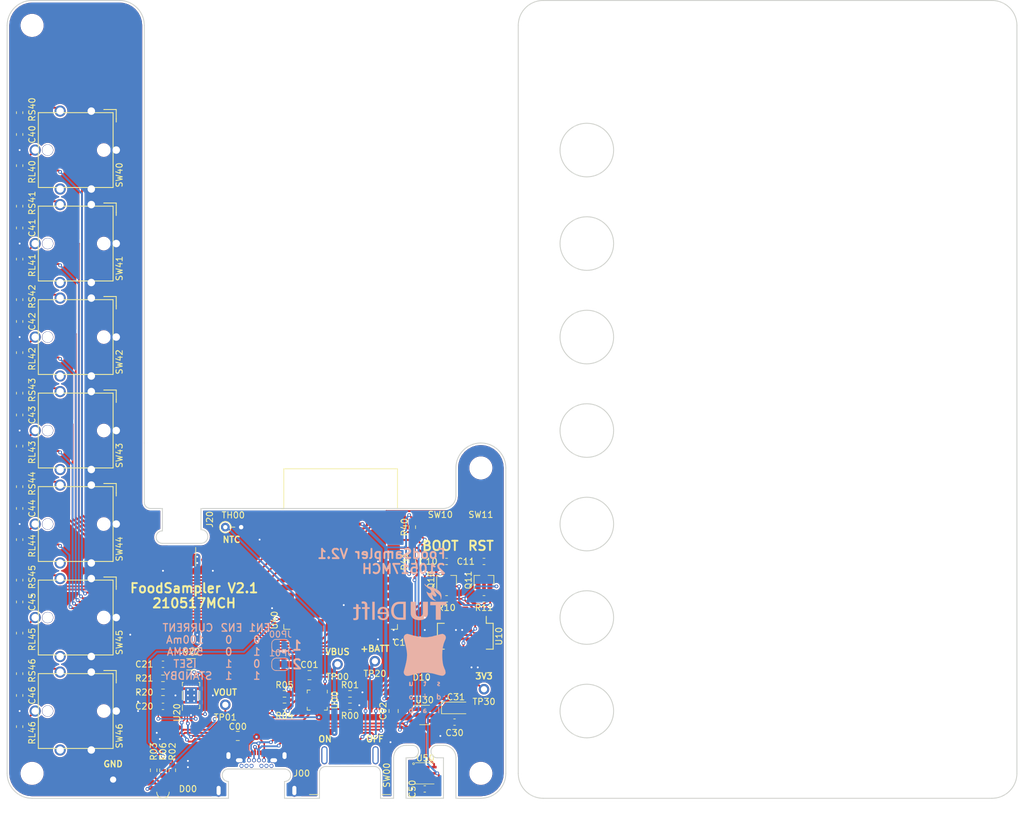
<source format=kicad_pcb>
(kicad_pcb (version 20171130) (host pcbnew "(5.1.9-0-10_14)")
  (layers (0 F.Cu signal) (31 B.Cu signal) (34 B.Paste user) (35 F.Paste user) (36 B.SilkS user) (37 F.SilkS user) (38 B.Mask user) (39 F.Mask user) (44 Edge.Cuts user))
  (net 0 "")
  (net 1 VBUS)
  (net 2 GND)
  (net 3 IO0)
  (net 4 EN)
  (net 5 +3V3)
  (net 6 +BATT)
  (net 7 SW0)
  (net 8 SW1)
  (net 9 SW2)
  (net 10 SW3)
  (net 11 SW4)
  (net 12 SW5)
  (net 13 SW6)
  (net 14 "Net-(D00-Pad1)")
  (net 15 "Net-(J00-PadA2)")
  (net 16 "Net-(J00-PadA3)")
  (net 17 "Net-(D10-Pad2)")
  (net 18 "Net-(D10-Pad1)")
  (net 19 "Net-(J00-PadA8)")
  (net 20 "Net-(J00-PadA10)")
  (net 21 "Net-(J00-PadA11)")
  (net 22 "Net-(J00-PadB2)")
  (net 23 "Net-(J00-PadB3)")
  (net 24 "Net-(J00-PadB8)")
  (net 25 "Net-(J00-PadB10)")
  (net 26 "Net-(J00-PadB11)")
  (net 27 "Net-(Q10-Pad1)")
  (net 28 "Net-(Q10-Pad2)")
  (net 29 "Net-(Q11-Pad2)")
  (net 30 "Net-(Q11-Pad1)")
  (net 31 "Net-(R20-Pad1)")
  (net 32 "Net-(R21-Pad2)")
  (net 33 LED0)
  (net 34 "Net-(RL40-Pad1)")
  (net 35 "Net-(RL41-Pad1)")
  (net 36 LED1)
  (net 37 LED2)
  (net 38 "Net-(RL42-Pad1)")
  (net 39 "Net-(RL43-Pad1)")
  (net 40 LED3)
  (net 41 LED4)
  (net 42 "Net-(RL44-Pad1)")
  (net 43 "Net-(RL45-Pad1)")
  (net 44 LED5)
  (net 45 LED6)
  (net 46 "Net-(RL46-Pad1)")
  (net 47 "Net-(RS40-Pad1)")
  (net 48 "Net-(RS41-Pad1)")
  (net 49 "Net-(RS42-Pad1)")
  (net 50 "Net-(RS43-Pad1)")
  (net 51 "Net-(RS44-Pad1)")
  (net 52 "Net-(RS45-Pad1)")
  (net 53 "Net-(RS46-Pad1)")
  (net 54 FT_RXD)
  (net 55 "Net-(U10-Pad5)")
  (net 56 "Net-(U10-Pad7)")
  (net 57 "Net-(U10-Pad8)")
  (net 58 "Net-(U10-Pad9)")
  (net 59 "Net-(U10-Pad10)")
  (net 60 "Net-(U10-Pad17)")
  (net 61 "Net-(U10-Pad18)")
  (net 62 "Net-(U10-Pad19)")
  (net 63 FT_TXD)
  (net 64 "Net-(U40-Pad4)")
  (net 65 "Net-(U40-Pad26)")
  (net 66 "Net-(U40-Pad27)")
  (net 67 "Net-(U40-Pad28)")
  (net 68 "Net-(U40-Pad29)")
  (net 69 "Net-(U40-Pad30)")
  (net 70 "Net-(U40-Pad31)")
  (net 71 "Net-(U40-Pad32)")
  (net 72 "Net-(U40-Pad37)")
  (net 73 VOUT)
  (net 74 +1V8)
  (net 75 "Net-(C21-Pad1)")
  (net 76 "Net-(C30-Pad1)")
  (net 77 "Net-(J00-PadA5)")
  (net 78 "Net-(J00-PadB5)")
  (net 79 "Net-(R00-Pad1)")
  (net 80 "Net-(R01-Pad1)")
  (net 81 "Net-(R02-Pad2)")
  (net 82 "Net-(R03-Pad2)")
  (net 83 EN1)
  (net 84 EN2)
  (net 85 SCL)
  (net 86 SDA)
  (net 87 "Net-(TH00-Pad1)")
  (net 88 "Net-(U00-Pad14)")
  (net 89 "Net-(SW00-Pad2)")
  (net 90 "Net-(U40-Pad23)")
  (net 91 "Net-(D00-Pad3)")
  (net 92 "Net-(D00-Pad4)")
  (net 93 LED)
  (net 94 "Net-(RS44-Pad2)")
  (net 95 "Net-(SW40-Pad4)")
  (net 96 "Net-(SW41-Pad4)")
  (net 97 "Net-(SW42-Pad4)")
  (net 98 "Net-(SW43-Pad4)")
  (net 99 "Net-(SW44-Pad4)")
  (net 100 "Net-(SW45-Pad4)")
  (net 101 "Net-(SW46-Pad4)")
  (net 102 "Net-(U40-Pad12)")
  (net 103 "Net-(U40-Pad13)")
  (module _switch:MICRO_SW_LED (layer F.Cu) (at 37 145 270)
    (fp_text reference SW46 (at 4 -7 90) (layer F.SilkS))
    (fp_text value SWITCH_LED)
    (pad "" np_thru_hole circle (at 0 -4.5 270) (size 1.7 1.7) (drill 1.7) (layers *.Cu *.Mask))
    (pad "" np_thru_hole circle (at 0 4.5 270) (size 1.8 1.8) (drill 1.7) (layers *.Cu *.Mask))
    (pad 6 thru_hole circle (at 0 6.5 270) (size 1.8 1.8) (drill 1.2) (layers *.Cu *.Mask) (net 46 "Net-(RL46-Pad1)"))
    (pad 5 thru_hole circle (at 0 -6.5 270) (size 1.8 1.8) (drill 1.2) (layers *.Cu *.Mask) (net 2 GND))
    (pad 4 thru_hole circle (at 6.25 2.5 270) (size 1.8 1.8) (drill 1.2) (layers *.Cu *.Mask) (net 101 "Net-(SW46-Pad4)"))
    (pad 3 thru_hole circle (at -6.25 2.5 270) (size 1.8 1.8) (drill 1.2) (layers *.Cu *.Mask) (net 53 "Net-(RS46-Pad1)"))
    (pad 2 thru_hole circle (at 6.25 -2.5 270) (size 1.8 1.8) (drill 1.2) (layers *.Cu *.Mask) (net 2 GND))
    (pad 1 thru_hole circle (at -6.25 -2.5 270) (size 1.8 1.8) (drill 1.2) (layers *.Cu *.Mask) (net 2 GND))
  )
  (module _switch:MICRO_SW_LED (layer F.Cu) (at 37 70 270)
    (fp_text reference SW41 (at 4 -7 90) (layer F.SilkS))
    (fp_text value SWITCH_LED)
    (pad "" np_thru_hole circle (at 0 -4.5 270) (size 1.7 1.7) (drill 1.7) (layers *.Cu *.Mask))
    (pad "" np_thru_hole circle (at 0 4.5 270) (size 1.8 1.8) (drill 1.7) (layers *.Cu *.Mask))
    (pad 6 thru_hole circle (at 0 6.5 270) (size 1.8 1.8) (drill 1.2) (layers *.Cu *.Mask) (net 35 "Net-(RL41-Pad1)"))
    (pad 5 thru_hole circle (at 0 -6.5 270) (size 1.8 1.8) (drill 1.2) (layers *.Cu *.Mask) (net 2 GND))
    (pad 4 thru_hole circle (at 6.25 2.5 270) (size 1.8 1.8) (drill 1.2) (layers *.Cu *.Mask) (net 96 "Net-(SW41-Pad4)"))
    (pad 3 thru_hole circle (at -6.25 2.5 270) (size 1.8 1.8) (drill 1.2) (layers *.Cu *.Mask) (net 48 "Net-(RS41-Pad1)"))
    (pad 2 thru_hole circle (at 6.25 -2.5 270) (size 1.8 1.8) (drill 1.2) (layers *.Cu *.Mask) (net 2 GND))
    (pad 1 thru_hole circle (at -6.25 -2.5 270) (size 1.8 1.8) (drill 1.2) (layers *.Cu *.Mask) (net 2 GND))
  )
  (module _connectors:CUI_USB-C_UJ31-CH-3-MSMT-TR-67 (layer F.Cu) (at 66 157.75)
    (fp_text reference J00 (at 7.25 -2.75) (layer F.SilkS))
    (fp_text value USB_C_Receptacle)
    (pad S1 thru_hole oval (at -6.075 0) (size 1.2 2) (drill oval 0.65 1.5) (layers *.Cu *.Mask) (net 2 GND))
    (pad S1 thru_hole oval (at 6.075 0) (size 1.2 2) (drill oval 0.65 1.5) (layers *.Cu *.Mask) (net 2 GND))
    (pad S1 thru_hole oval (at 4.5 -5.6) (size 1.2 1.6) (drill oval 0.65 1.1) (layers *.Cu *.Mask) (net 2 GND))
    (pad S1 thru_hole oval (at -4.5 -5.6) (size 1.2 1.6) (drill oval 0.65 1.1) (layers *.Cu *.Mask) (net 2 GND))
    (pad B12 thru_hole oval (at -2.76 -4.85 90) (size 0.9 1.3) (drill oval 0.65 1.08) (layers *.Cu *.Mask) (net 2 GND))
    (pad B1 thru_hole oval (at 2.76 -4.85 90) (size 0.9 1.3) (drill oval 0.65 1.08) (layers *.Cu *.Mask) (net 2 GND))
    (pad B10 thru_hole circle (at -1.6 -3.95 90) (size 0.65 0.65) (drill 0.4) (layers *.Cu *.Mask) (net 25 "Net-(J00-PadB10)"))
    (pad B8 thru_hole circle (at -0.8 -3.95 90) (size 0.65 0.65) (drill 0.4) (layers *.Cu *.Mask) (net 24 "Net-(J00-PadB8)"))
    (pad B5 thru_hole circle (at 0.8 -3.95 90) (size 0.65 0.65) (drill 0.4) (layers *.Cu *.Mask) (net 78 "Net-(J00-PadB5)"))
    (pad B9 thru_hole circle (at -1.2 -4.85 90) (size 0.65 0.65) (drill 0.4) (layers *.Cu *.Mask) (net 1 VBUS))
    (pad B7 thru_hole circle (at -0.4 -4.85 90) (size 0.65 0.65) (drill 0.4) (layers *.Cu *.Mask) (net 18 "Net-(D10-Pad1)"))
    (pad B6 thru_hole circle (at 0.4 -4.85 90) (size 0.65 0.65) (drill 0.4) (layers *.Cu *.Mask) (net 17 "Net-(D10-Pad2)"))
    (pad B4 thru_hole circle (at 1.2 -4.85 90) (size 0.65 0.65) (drill 0.4) (layers *.Cu *.Mask) (net 1 VBUS))
    (pad B3 thru_hole circle (at 1.6 -3.95 90) (size 0.65 0.65) (drill 0.4) (layers *.Cu *.Mask) (net 23 "Net-(J00-PadB3)"))
    (pad B11 thru_hole circle (at -2.4 -3.95 90) (size 0.65 0.65) (drill 0.4) (layers *.Cu *.Mask) (net 26 "Net-(J00-PadB11)"))
    (pad B2 thru_hole circle (at 2.4 -3.95 90) (size 0.65 0.65) (drill 0.4) (layers *.Cu *.Mask) (net 22 "Net-(J00-PadB2)"))
    (pad A1 smd rect (at -2.75 -6.05 90) (size 0.75 0.35) (layers F.Cu F.Paste F.Mask) (net 2 GND))
    (pad A2 smd rect (at -2.25 -6.05 90) (size 0.75 0.35) (layers F.Cu F.Paste F.Mask) (net 15 "Net-(J00-PadA2)"))
    (pad A3 smd rect (at -1.75 -6.05 90) (size 0.75 0.35) (layers F.Cu F.Paste F.Mask) (net 16 "Net-(J00-PadA3)"))
    (pad A4 smd rect (at -1.25 -6.05 90) (size 0.75 0.35) (layers F.Cu F.Paste F.Mask) (net 1 VBUS))
    (pad A5 smd rect (at -0.75 -6.05 90) (size 0.75 0.35) (layers F.Cu F.Paste F.Mask) (net 77 "Net-(J00-PadA5)"))
    (pad A7 smd rect (at 0.25 -6.05 90) (size 0.75 0.35) (layers F.Cu F.Paste F.Mask) (net 18 "Net-(D10-Pad1)"))
    (pad A8 smd rect (at 0.75 -6.05 90) (size 0.75 0.35) (layers F.Cu F.Paste F.Mask) (net 19 "Net-(J00-PadA8)"))
    (pad A9 smd rect (at 1.25 -6.05 90) (size 0.75 0.35) (layers F.Cu F.Paste F.Mask) (net 1 VBUS))
    (pad A10 smd rect (at 1.75 -6.05 90) (size 0.75 0.35) (layers F.Cu F.Paste F.Mask) (net 20 "Net-(J00-PadA10)"))
    (pad A11 smd rect (at 2.25 -6.05 90) (size 0.75 0.35) (layers F.Cu F.Paste F.Mask) (net 21 "Net-(J00-PadA11)"))
    (pad A12 smd rect (at 2.75 -6.05 90) (size 0.75 0.35) (layers F.Cu F.Paste F.Mask) (net 2 GND))
    (pad A6 smd rect (at -0.25 -6.05 90) (size 0.75 0.35) (layers F.Cu F.Paste F.Mask) (net 17 "Net-(D10-Pad2)"))
  )
  (module _switch:SW_SPST_4x3 (layer F.Cu) (at 95.5 115.5)
    (fp_text reference SW10 (at 0 -2) (layer F.SilkS))
    (fp_text value NO)
    (pad 2 smd rect (at 2.2 0) (size 1.5 2) (layers F.Cu F.Paste F.Mask) (net 3 IO0))
    (pad 1 smd rect (at -2.2 0) (size 1.5 2) (layers F.Cu F.Paste F.Mask) (net 2 GND))
  )
  (module _switch:SW_SPST_4x3 (layer F.Cu) (at 102 115.5)
    (fp_text reference SW11 (at 0 -2) (layer F.SilkS))
    (fp_text value NO)
    (pad 2 smd rect (at 2.2 0) (size 1.5 2) (layers F.Cu F.Paste F.Mask) (net 4 EN))
    (pad 1 smd rect (at -2.2 0) (size 1.5 2) (layers F.Cu F.Paste F.Mask) (net 2 GND))
  )
  (module Capacitor_SMD:C_0603_1608Metric (layer F.Cu) (at 97.775 146.775)
    (fp_text reference C30 (at 0 1.725) (layer F.SilkS))
    (fp_text value 470pF)
    (pad 2 smd roundrect (at 0.775 0) (size 0.9 0.95) (layers F.Cu F.Paste F.Mask) (net 2 GND))
    (pad 1 smd roundrect (at -0.775 0) (size 0.9 0.95) (layers F.Cu F.Paste F.Mask) (net 76 "Net-(C30-Pad1)"))
  )
  (module Capacitor_SMD:C_0603_1608Metric (layer F.Cu) (at 51 137.5 180)
    (fp_text reference C21 (at 3 0) (layer F.SilkS))
    (fp_text value 1uF)
    (pad 2 smd roundrect (at 0.775 0 180) (size 0.9 0.95) (layers F.Cu F.Paste F.Mask) (net 2 GND))
    (pad 1 smd roundrect (at -0.775 0 180) (size 0.9 0.95) (layers F.Cu F.Paste F.Mask) (net 75 "Net-(C21-Pad1)"))
  )
  (module Capacitor_SMD:C_0603_1608Metric (layer F.Cu) (at 51 144.25)
    (fp_text reference C20 (at -3 0) (layer F.SilkS))
    (fp_text value 0.47uF)
    (pad 2 smd roundrect (at 0.775 0) (size 0.9 0.95) (layers F.Cu F.Paste F.Mask) (net 2 GND))
    (pad 1 smd roundrect (at -0.775 0) (size 0.9 0.95) (layers F.Cu F.Paste F.Mask) (net 74 +1V8))
  )
  (module RF_Module:ESP32-WROOM-32 (layer F.Cu) (at 79.5 122)
    (fp_text reference U40 (at -10.61 8.43 90) (layer F.SilkS))
    (fp_text value ESP32-WROOM)
    (pad 39 smd rect (at -1 -0.755) (size 5 5) (layers F.Cu F.Paste F.Mask) (net 2 GND))
    (pad 1 smd rect (at -8.5 -8.255) (size 2 0.9) (layers F.Cu F.Paste F.Mask) (net 2 GND))
    (pad 2 smd rect (at -8.5 -6.985) (size 2 0.9) (layers F.Cu F.Paste F.Mask) (net 5 +3V3))
    (pad 3 smd rect (at -8.5 -5.715) (size 2 0.9) (layers F.Cu F.Paste F.Mask) (net 4 EN))
    (pad 4 smd rect (at -8.5 -4.445) (size 2 0.9) (layers F.Cu F.Paste F.Mask) (net 64 "Net-(U40-Pad4)"))
    (pad 5 smd rect (at -8.5 -3.175) (size 2 0.9) (layers F.Cu F.Paste F.Mask) (net 7 SW0))
    (pad 6 smd rect (at -8.5 -1.905) (size 2 0.9) (layers F.Cu F.Paste F.Mask) (net 8 SW1))
    (pad 7 smd rect (at -8.5 -0.635) (size 2 0.9) (layers F.Cu F.Paste F.Mask) (net 9 SW2))
    (pad 8 smd rect (at -8.5 0.635) (size 2 0.9) (layers F.Cu F.Paste F.Mask) (net 10 SW3))
    (pad 9 smd rect (at -8.5 1.905) (size 2 0.9) (layers F.Cu F.Paste F.Mask) (net 11 SW4))
    (pad 10 smd rect (at -8.5 3.175) (size 2 0.9) (layers F.Cu F.Paste F.Mask) (net 12 SW5))
    (pad 11 smd rect (at -8.5 4.445) (size 2 0.9) (layers F.Cu F.Paste F.Mask) (net 13 SW6))
    (pad 12 smd rect (at -8.5 5.715) (size 2 0.9) (layers F.Cu F.Paste F.Mask) (net 102 "Net-(U40-Pad12)"))
    (pad 13 smd rect (at -8.5 6.985) (size 2 0.9) (layers F.Cu F.Paste F.Mask) (net 103 "Net-(U40-Pad13)"))
    (pad 14 smd rect (at -8.5 8.255) (size 2 0.9) (layers F.Cu F.Paste F.Mask) (net 93 LED))
    (pad 15 smd rect (at -5.715 9.255 90) (size 2 0.9) (layers F.Cu F.Paste F.Mask) (net 2 GND))
    (pad 16 smd rect (at -4.445 9.255 90) (size 2 0.9) (layers F.Cu F.Paste F.Mask) (net 33 LED0))
    (pad 17 smd rect (at -3.175 9.255 90) (size 2 0.9) (layers F.Cu F.Paste F.Mask) (net 36 LED1))
    (pad 18 smd rect (at -1.905 9.255 90) (size 2 0.9) (layers F.Cu F.Paste F.Mask) (net 37 LED2))
    (pad 19 smd rect (at -0.635 9.255 90) (size 2 0.9) (layers F.Cu F.Paste F.Mask) (net 40 LED3))
    (pad 20 smd rect (at 0.635 9.255 90) (size 2 0.9) (layers F.Cu F.Paste F.Mask) (net 41 LED4))
    (pad 21 smd rect (at 1.905 9.255 90) (size 2 0.9) (layers F.Cu F.Paste F.Mask) (net 44 LED5))
    (pad 22 smd rect (at 3.175 9.255 90) (size 2 0.9) (layers F.Cu F.Paste F.Mask) (net 45 LED6))
    (pad 23 smd rect (at 4.445 9.255 90) (size 2 0.9) (layers F.Cu F.Paste F.Mask) (net 90 "Net-(U40-Pad23)"))
    (pad 24 smd rect (at 5.715 9.255 90) (size 2 0.9) (layers F.Cu F.Paste F.Mask) (net 2 GND))
    (pad 25 smd rect (at 8.5 8.255) (size 2 0.9) (layers F.Cu F.Paste F.Mask) (net 3 IO0))
    (pad 26 smd rect (at 8.5 6.985) (size 2 0.9) (layers F.Cu F.Paste F.Mask) (net 65 "Net-(U40-Pad26)"))
    (pad 27 smd rect (at 8.5 5.715) (size 2 0.9) (layers F.Cu F.Paste F.Mask) (net 66 "Net-(U40-Pad27)"))
    (pad 28 smd rect (at 8.5 4.445) (size 2 0.9) (layers F.Cu F.Paste F.Mask) (net 67 "Net-(U40-Pad28)"))
    (pad 29 smd rect (at 8.5 3.175) (size 2 0.9) (layers F.Cu F.Paste F.Mask) (net 68 "Net-(U40-Pad29)"))
    (pad 30 smd rect (at 8.5 1.905) (size 2 0.9) (layers F.Cu F.Paste F.Mask) (net 69 "Net-(U40-Pad30)"))
    (pad 31 smd rect (at 8.5 0.635) (size 2 0.9) (layers F.Cu F.Paste F.Mask) (net 70 "Net-(U40-Pad31)"))
    (pad 32 smd rect (at 8.5 -0.635) (size 2 0.9) (layers F.Cu F.Paste F.Mask) (net 71 "Net-(U40-Pad32)"))
    (pad 33 smd rect (at 8.5 -1.905) (size 2 0.9) (layers F.Cu F.Paste F.Mask) (net 86 SDA))
    (pad 34 smd rect (at 8.5 -3.175) (size 2 0.9) (layers F.Cu F.Paste F.Mask) (net 63 FT_TXD))
    (pad 35 smd rect (at 8.5 -4.445) (size 2 0.9) (layers F.Cu F.Paste F.Mask) (net 54 FT_RXD))
    (pad 36 smd rect (at 8.5 -5.715) (size 2 0.9) (layers F.Cu F.Paste F.Mask) (net 85 SCL))
    (pad 37 smd rect (at 8.5 -6.985) (size 2 0.9) (layers F.Cu F.Paste F.Mask) (net 72 "Net-(U40-Pad37)"))
    (pad 38 smd rect (at 8.5 -8.255) (size 2 0.9) (layers F.Cu F.Paste F.Mask) (net 2 GND))
  )
  (module Resistor_SMD:R_0603_1608Metric (layer F.Cu) (at 28 49 270)
    (fp_text reference RS40 (at -0.5 -2 270) (layer F.SilkS))
    (fp_text value 1K)
    (pad 1 smd roundrect (at -0.7875 0 270) (size 0.875 0.95) (layers F.Cu F.Paste F.Mask) (net 47 "Net-(RS40-Pad1)"))
    (pad 2 smd roundrect (at 0.7875 0 270) (size 0.875 0.95) (layers F.Cu F.Paste F.Mask) (net 7 SW0))
  )
  (module Resistor_SMD:R_0603_1608Metric (layer F.Cu) (at 28 64 270)
    (fp_text reference RS41 (at -0.5 -2 270) (layer F.SilkS))
    (fp_text value 1K)
    (pad 1 smd roundrect (at -0.7875 0 270) (size 0.875 0.95) (layers F.Cu F.Paste F.Mask) (net 48 "Net-(RS41-Pad1)"))
    (pad 2 smd roundrect (at 0.7875 0 270) (size 0.875 0.95) (layers F.Cu F.Paste F.Mask) (net 8 SW1))
  )
  (module Resistor_SMD:R_0603_1608Metric (layer F.Cu) (at 28 79 270)
    (fp_text reference RS42 (at -0.5 -2 270) (layer F.SilkS))
    (fp_text value 1K)
    (pad 2 smd roundrect (at 0.7875 0 270) (size 0.875 0.95) (layers F.Cu F.Paste F.Mask) (net 9 SW2))
    (pad 1 smd roundrect (at -0.7875 0 270) (size 0.875 0.95) (layers F.Cu F.Paste F.Mask) (net 49 "Net-(RS42-Pad1)"))
  )
  (module Resistor_SMD:R_0603_1608Metric (layer F.Cu) (at 28 94 270)
    (fp_text reference RS43 (at -0.5 -2 270) (layer F.SilkS))
    (fp_text value 1K)
    (pad 2 smd roundrect (at 0.7875 0 270) (size 0.875 0.95) (layers F.Cu F.Paste F.Mask) (net 10 SW3))
    (pad 1 smd roundrect (at -0.7875 0 270) (size 0.875 0.95) (layers F.Cu F.Paste F.Mask) (net 50 "Net-(RS43-Pad1)"))
  )
  (module Resistor_SMD:R_0603_1608Metric (layer F.Cu) (at 28 109 270)
    (fp_text reference RS44 (at -0.5 -2 270) (layer F.SilkS))
    (fp_text value 1K)
    (pad 2 smd roundrect (at 0.7875 0 270) (size 0.875 0.95) (layers F.Cu F.Paste F.Mask) (net 94 "Net-(RS44-Pad2)"))
    (pad 1 smd roundrect (at -0.7875 0 270) (size 0.875 0.95) (layers F.Cu F.Paste F.Mask) (net 51 "Net-(RS44-Pad1)"))
  )
  (module Resistor_SMD:R_0603_1608Metric (layer F.Cu) (at 28 124 270)
    (fp_text reference RS45 (at -0.5 -2 270) (layer F.SilkS))
    (fp_text value 1K)
    (pad 1 smd roundrect (at -0.7875 0 270) (size 0.875 0.95) (layers F.Cu F.Paste F.Mask) (net 52 "Net-(RS45-Pad1)"))
    (pad 2 smd roundrect (at 0.7875 0 270) (size 0.875 0.95) (layers F.Cu F.Paste F.Mask) (net 12 SW5))
  )
  (module Resistor_SMD:R_0603_1608Metric (layer F.Cu) (at 28 139 270)
    (fp_text reference RS46 (at -0.5 -2 270) (layer F.SilkS))
    (fp_text value 1K)
    (pad 2 smd roundrect (at 0.7875 0 270) (size 0.875 0.95) (layers F.Cu F.Paste F.Mask) (net 13 SW6))
    (pad 1 smd roundrect (at -0.7875 0 270) (size 0.875 0.95) (layers F.Cu F.Paste F.Mask) (net 53 "Net-(RS46-Pad1)"))
  )
  (module Capacitor_SMD:C_0603_1608Metric (layer F.Cu) (at 28 52.5 270)
    (fp_text reference C40 (at 0 -2 270) (layer F.SilkS))
    (fp_text value 10nF)
    (pad 1 smd roundrect (at -0.7875 0 270) (size 0.875 0.95) (layers F.Cu F.Paste F.Mask) (net 7 SW0))
    (pad 2 smd roundrect (at 0.7875 0 270) (size 0.875 0.95) (layers F.Cu F.Paste F.Mask) (net 2 GND))
  )
  (module Capacitor_SMD:C_0603_1608Metric (layer F.Cu) (at 28 112.5 270)
    (fp_text reference C44 (at 0 -2 270) (layer F.SilkS))
    (fp_text value 10nF)
    (pad 1 smd roundrect (at -0.7875 0 270) (size 0.875 0.95) (layers F.Cu F.Paste F.Mask) (net 11 SW4))
    (pad 2 smd roundrect (at 0.7875 0 270) (size 0.875 0.95) (layers F.Cu F.Paste F.Mask) (net 2 GND))
  )
  (module Capacitor_SMD:C_0603_1608Metric (layer F.Cu) (at 28 82.5 270)
    (fp_text reference C42 (at 0 -2 270) (layer F.SilkS))
    (fp_text value 10nF)
    (pad 2 smd roundrect (at 0.7875 0 270) (size 0.875 0.95) (layers F.Cu F.Paste F.Mask) (net 2 GND))
    (pad 1 smd roundrect (at -0.7875 0 270) (size 0.875 0.95) (layers F.Cu F.Paste F.Mask) (net 9 SW2))
  )
  (module Capacitor_SMD:C_0603_1608Metric (layer F.Cu) (at 28 142.5 270)
    (fp_text reference C46 (at 0 -2 270) (layer F.SilkS))
    (fp_text value 10nF)
    (pad 1 smd roundrect (at -0.7875 0 270) (size 0.875 0.95) (layers F.Cu F.Paste F.Mask) (net 13 SW6))
    (pad 2 smd roundrect (at 0.7875 0 270) (size 0.875 0.95) (layers F.Cu F.Paste F.Mask) (net 2 GND))
  )
  (module Capacitor_SMD:C_0603_1608Metric (layer F.Cu) (at 28 127.5 270)
    (fp_text reference C45 (at 0 -2 270) (layer F.SilkS))
    (fp_text value 10nF)
    (pad 2 smd roundrect (at 0.7875 0 270) (size 0.875 0.95) (layers F.Cu F.Paste F.Mask) (net 2 GND))
    (pad 1 smd roundrect (at -0.7875 0 270) (size 0.875 0.95) (layers F.Cu F.Paste F.Mask) (net 12 SW5))
  )
  (module Capacitor_SMD:C_0603_1608Metric (layer F.Cu) (at 28 97.5 270)
    (fp_text reference C43 (at 0 -2 270) (layer F.SilkS))
    (fp_text value 10nF)
    (pad 2 smd roundrect (at 0.7875 0 270) (size 0.875 0.95) (layers F.Cu F.Paste F.Mask) (net 2 GND))
    (pad 1 smd roundrect (at -0.7875 0 270) (size 0.875 0.95) (layers F.Cu F.Paste F.Mask) (net 10 SW3))
  )
  (module Capacitor_SMD:C_0603_1608Metric (layer F.Cu) (at 28 67.5 270)
    (fp_text reference C41 (at 0 -2 270) (layer F.SilkS))
    (fp_text value 10nF)
    (pad 2 smd roundrect (at 0.7875 0 270) (size 0.875 0.95) (layers F.Cu F.Paste F.Mask) (net 2 GND))
    (pad 1 smd roundrect (at -0.7875 0 270) (size 0.875 0.95) (layers F.Cu F.Paste F.Mask) (net 8 SW1))
  )
  (module MountingHole:MountingHole_3.2mm_M3 (layer F.Cu) (at 112 35)
    (fp_text reference H01 hide)
    (fp_text value MountingHole)
    (pad 1 np_thru_hole circle (at 0 0) (size 3.2 3.2) (drill 3.2) (layers *.Cu *.Mask))
  )
  (module MountingHole:MountingHole_3.2mm_M3 (layer F.Cu) (at 184 35)
    (fp_text reference H01 hide)
    (fp_text value MountingHole)
    (pad 1 np_thru_hole circle (at 0 0) (size 3.2 3.2) (drill 3.2) (layers *.Cu *.Mask))
  )
  (module MountingHole:MountingHole_3.2mm_M3 (layer F.Cu) (at 184 155)
    (fp_text reference H01 hide)
    (fp_text value MountingHole)
    (pad 1 np_thru_hole circle (at 0 0) (size 3.2 3.2) (drill 3.2) (layers *.Cu *.Mask))
  )
  (module MountingHole:MountingHole_3.2mm_M3 (layer F.Cu) (at 112 155)
    (fp_text reference H01 hide)
    (fp_text value MountingHole)
    (pad 1 np_thru_hole circle (at 0 0) (size 3.2 3.2) (drill 3.2) (layers *.Cu *.Mask))
  )
  (module Capacitor_SMD:C_0603_1608Metric (layer F.Cu) (at 96.5 121 180)
    (fp_text reference C10 (at 2.9 0 180) (layer F.SilkS))
    (fp_text value 100nF)
    (pad 2 smd roundrect (at 0.7875 0 180) (size 0.875 0.95) (layers F.Cu F.Paste F.Mask) (net 2 GND))
    (pad 1 smd roundrect (at -0.7875 0 180) (size 0.875 0.95) (layers F.Cu F.Paste F.Mask) (net 3 IO0))
  )
  (module Capacitor_SMD:C_0603_1608Metric (layer F.Cu) (at 102.5 121 180)
    (fp_text reference C11 (at 2.92 -0.01 180) (layer F.SilkS))
    (fp_text value 100nF)
    (pad 1 smd roundrect (at -0.7875 0 180) (size 0.875 0.95) (layers F.Cu F.Paste F.Mask) (net 4 EN))
    (pad 2 smd roundrect (at 0.7875 0 180) (size 0.875 0.95) (layers F.Cu F.Paste F.Mask) (net 2 GND))
  )
  (module Capacitor_SMD:C_0603_1608Metric (layer F.Cu) (at 92.5 134 180)
    (fp_text reference C12 (at 3.1 0 180) (layer F.SilkS))
    (fp_text value 100nF)
    (pad 1 smd roundrect (at -0.7875 0 180) (size 0.875 0.95) (layers F.Cu F.Paste F.Mask) (net 5 +3V3))
    (pad 2 smd roundrect (at 0.7875 0 180) (size 0.875 0.95) (layers F.Cu F.Paste F.Mask) (net 2 GND))
  )
  (module Package_TO_SOT_SMD:SOT-23 (layer F.Cu) (at 96.5 124 90)
    (fp_text reference Q10 (at 0 -2.5 90) (layer F.SilkS))
    (fp_text value MMBT3904)
    (pad 1 smd rect (at -1 -0.95 90) (size 0.9 0.8) (layers F.Cu F.Paste F.Mask) (net 27 "Net-(Q10-Pad1)"))
    (pad 2 smd rect (at -1 0.95 90) (size 0.9 0.8) (layers F.Cu F.Paste F.Mask) (net 28 "Net-(Q10-Pad2)"))
    (pad 3 smd rect (at 1 0 90) (size 0.9 0.8) (layers F.Cu F.Paste F.Mask) (net 3 IO0))
  )
  (module Package_TO_SOT_SMD:SOT-23 (layer F.Cu) (at 102.5 124 90)
    (fp_text reference Q11 (at 0 -2.5 90) (layer F.SilkS))
    (fp_text value MMBT3904)
    (pad 3 smd rect (at 1 0 90) (size 0.9 0.8) (layers F.Cu F.Paste F.Mask) (net 4 EN))
    (pad 2 smd rect (at -1 0.95 90) (size 0.9 0.8) (layers F.Cu F.Paste F.Mask) (net 29 "Net-(Q11-Pad2)"))
    (pad 1 smd rect (at -1 -0.95 90) (size 0.9 0.8) (layers F.Cu F.Paste F.Mask) (net 30 "Net-(Q11-Pad1)"))
  )
  (module Resistor_SMD:R_0603_1608Metric (layer F.Cu) (at 96.5 127 180)
    (fp_text reference R10 (at 0 -1.43 180) (layer F.SilkS))
    (fp_text value 10K)
    (pad 1 smd roundrect (at -0.7875 0 180) (size 0.875 0.95) (layers F.Cu F.Paste F.Mask) (net 29 "Net-(Q11-Pad2)"))
    (pad 2 smd roundrect (at 0.7875 0 180) (size 0.875 0.95) (layers F.Cu F.Paste F.Mask) (net 27 "Net-(Q10-Pad1)"))
  )
  (module Resistor_SMD:R_0603_1608Metric (layer F.Cu) (at 102.5 127 180)
    (fp_text reference R11 (at 0 -1.43 180) (layer F.SilkS))
    (fp_text value 10K)
    (pad 2 smd roundrect (at 0.7875 0 180) (size 0.875 0.95) (layers F.Cu F.Paste F.Mask) (net 30 "Net-(Q11-Pad1)"))
    (pad 1 smd roundrect (at -0.7875 0 180) (size 0.875 0.95) (layers F.Cu F.Paste F.Mask) (net 28 "Net-(Q10-Pad2)"))
  )
  (module Resistor_SMD:R_0603_1608Metric (layer F.Cu) (at 28 57.5 270)
    (fp_text reference RL40 (at 1 -2 270) (layer F.SilkS))
    (fp_text value 1K)
    (pad 2 smd roundrect (at 0.7875 0 270) (size 0.875 0.95) (layers F.Cu F.Paste F.Mask) (net 33 LED0))
    (pad 1 smd roundrect (at -0.7875 0 270) (size 0.875 0.95) (layers F.Cu F.Paste F.Mask) (net 34 "Net-(RL40-Pad1)"))
  )
  (module Resistor_SMD:R_0603_1608Metric (layer F.Cu) (at 28 72.5 270)
    (fp_text reference RL41 (at 1 -2 270) (layer F.SilkS))
    (fp_text value 1K)
    (pad 1 smd roundrect (at -0.7875 0 270) (size 0.875 0.95) (layers F.Cu F.Paste F.Mask) (net 35 "Net-(RL41-Pad1)"))
    (pad 2 smd roundrect (at 0.7875 0 270) (size 0.875 0.95) (layers F.Cu F.Paste F.Mask) (net 36 LED1))
  )
  (module Resistor_SMD:R_0603_1608Metric (layer F.Cu) (at 28 87.5 270)
    (fp_text reference RL42 (at 1 -2 270) (layer F.SilkS))
    (fp_text value 1K)
    (pad 2 smd roundrect (at 0.7875 0 270) (size 0.875 0.95) (layers F.Cu F.Paste F.Mask) (net 37 LED2))
    (pad 1 smd roundrect (at -0.7875 0 270) (size 0.875 0.95) (layers F.Cu F.Paste F.Mask) (net 38 "Net-(RL42-Pad1)"))
  )
  (module Resistor_SMD:R_0603_1608Metric (layer F.Cu) (at 28 102.5 270)
    (fp_text reference RL43 (at 1 -2 270) (layer F.SilkS))
    (fp_text value 1K)
    (pad 1 smd roundrect (at -0.7875 0 270) (size 0.875 0.95) (layers F.Cu F.Paste F.Mask) (net 39 "Net-(RL43-Pad1)"))
    (pad 2 smd roundrect (at 0.7875 0 270) (size 0.875 0.95) (layers F.Cu F.Paste F.Mask) (net 40 LED3))
  )
  (module Resistor_SMD:R_0603_1608Metric (layer F.Cu) (at 28 117.5 270)
    (fp_text reference RL44 (at 1 -2 270) (layer F.SilkS))
    (fp_text value 1K)
    (pad 2 smd roundrect (at 0.7875 0 270) (size 0.875 0.95) (layers F.Cu F.Paste F.Mask) (net 41 LED4))
    (pad 1 smd roundrect (at -0.7875 0 270) (size 0.875 0.95) (layers F.Cu F.Paste F.Mask) (net 42 "Net-(RL44-Pad1)"))
  )
  (module Resistor_SMD:R_0603_1608Metric (layer F.Cu) (at 28 132.5 270)
    (fp_text reference RL45 (at 1 -2 270) (layer F.SilkS))
    (fp_text value 1K)
    (pad 1 smd roundrect (at -0.7875 0 270) (size 0.875 0.95) (layers F.Cu F.Paste F.Mask) (net 43 "Net-(RL45-Pad1)"))
    (pad 2 smd roundrect (at 0.7875 0 270) (size 0.875 0.95) (layers F.Cu F.Paste F.Mask) (net 44 LED5))
  )
  (module Resistor_SMD:R_0603_1608Metric (layer F.Cu) (at 28 147.5 270)
    (fp_text reference RL46 (at 1 -2 270) (layer F.SilkS))
    (fp_text value 1K)
    (pad 2 smd roundrect (at 0.7875 0 270) (size 0.875 0.95) (layers F.Cu F.Paste F.Mask) (net 45 LED6))
    (pad 1 smd roundrect (at -0.7875 0 270) (size 0.875 0.95) (layers F.Cu F.Paste F.Mask) (net 46 "Net-(RL46-Pad1)"))
  )
  (module _switch:MICRO_SW_LED (layer F.Cu) (at 37 55 270)
    (fp_text reference SW40 (at 4 -7 90) (layer F.SilkS))
    (fp_text value SWITCH_LED)
    (pad 1 thru_hole circle (at -6.25 -2.5 270) (size 1.8 1.8) (drill 1.2) (layers *.Cu *.Mask) (net 2 GND))
    (pad 2 thru_hole circle (at 6.25 -2.5 270) (size 1.8 1.8) (drill 1.2) (layers *.Cu *.Mask) (net 2 GND))
    (pad 3 thru_hole circle (at -6.25 2.5 270) (size 1.8 1.8) (drill 1.2) (layers *.Cu *.Mask) (net 47 "Net-(RS40-Pad1)"))
    (pad 4 thru_hole circle (at 6.25 2.5 270) (size 1.8 1.8) (drill 1.2) (layers *.Cu *.Mask) (net 95 "Net-(SW40-Pad4)"))
    (pad 5 thru_hole circle (at 0 -6.5 270) (size 1.8 1.8) (drill 1.2) (layers *.Cu *.Mask) (net 2 GND))
    (pad 6 thru_hole circle (at 0 6.5 270) (size 1.8 1.8) (drill 1.2) (layers *.Cu *.Mask) (net 34 "Net-(RL40-Pad1)"))
    (pad "" np_thru_hole circle (at 0 4.5 270) (size 1.8 1.8) (drill 1.7) (layers *.Cu *.Mask))
    (pad "" np_thru_hole circle (at 0 -4.5 270) (size 1.7 1.7) (drill 1.7) (layers *.Cu *.Mask))
  )
  (module _switch:MICRO_SW_LED (layer F.Cu) (at 37 85 270)
    (fp_text reference SW42 (at 4 -7 90) (layer F.SilkS))
    (fp_text value SWITCH_LED)
    (pad 1 thru_hole circle (at -6.25 -2.5 270) (size 1.8 1.8) (drill 1.2) (layers *.Cu *.Mask) (net 2 GND))
    (pad 2 thru_hole circle (at 6.25 -2.5 270) (size 1.8 1.8) (drill 1.2) (layers *.Cu *.Mask) (net 2 GND))
    (pad 3 thru_hole circle (at -6.25 2.5 270) (size 1.8 1.8) (drill 1.2) (layers *.Cu *.Mask) (net 49 "Net-(RS42-Pad1)"))
    (pad 4 thru_hole circle (at 6.25 2.5 270) (size 1.8 1.8) (drill 1.2) (layers *.Cu *.Mask) (net 97 "Net-(SW42-Pad4)"))
    (pad 5 thru_hole circle (at 0 -6.5 270) (size 1.8 1.8) (drill 1.2) (layers *.Cu *.Mask) (net 2 GND))
    (pad 6 thru_hole circle (at 0 6.5 270) (size 1.8 1.8) (drill 1.2) (layers *.Cu *.Mask) (net 38 "Net-(RL42-Pad1)"))
    (pad "" np_thru_hole circle (at 0 4.5 270) (size 1.8 1.8) (drill 1.7) (layers *.Cu *.Mask))
    (pad "" np_thru_hole circle (at 0 -4.5 270) (size 1.7 1.7) (drill 1.7) (layers *.Cu *.Mask))
  )
  (module _switch:MICRO_SW_LED (layer F.Cu) (at 37 100 270)
    (fp_text reference SW43 (at 4 -7 90) (layer F.SilkS))
    (fp_text value SWITCH_LED)
    (pad 1 thru_hole circle (at -6.25 -2.5 270) (size 1.8 1.8) (drill 1.2) (layers *.Cu *.Mask) (net 2 GND))
    (pad 2 thru_hole circle (at 6.25 -2.5 270) (size 1.8 1.8) (drill 1.2) (layers *.Cu *.Mask) (net 2 GND))
    (pad 3 thru_hole circle (at -6.25 2.5 270) (size 1.8 1.8) (drill 1.2) (layers *.Cu *.Mask) (net 50 "Net-(RS43-Pad1)"))
    (pad 4 thru_hole circle (at 6.25 2.5 270) (size 1.8 1.8) (drill 1.2) (layers *.Cu *.Mask) (net 98 "Net-(SW43-Pad4)"))
    (pad 5 thru_hole circle (at 0 -6.5 270) (size 1.8 1.8) (drill 1.2) (layers *.Cu *.Mask) (net 2 GND))
    (pad 6 thru_hole circle (at 0 6.5 270) (size 1.8 1.8) (drill 1.2) (layers *.Cu *.Mask) (net 39 "Net-(RL43-Pad1)"))
    (pad "" np_thru_hole circle (at 0 4.5 270) (size 1.8 1.8) (drill 1.7) (layers *.Cu *.Mask))
    (pad "" np_thru_hole circle (at 0 -4.5 270) (size 1.7 1.7) (drill 1.7) (layers *.Cu *.Mask))
  )
  (module _switch:MICRO_SW_LED (layer F.Cu) (at 37 115 270)
    (fp_text reference SW44 (at 4 -7 90) (layer F.SilkS))
    (fp_text value SWITCH_LED)
    (pad "" np_thru_hole circle (at 0 -4.5 270) (size 1.7 1.7) (drill 1.7) (layers *.Cu *.Mask))
    (pad "" np_thru_hole circle (at 0 4.5 270) (size 1.8 1.8) (drill 1.7) (layers *.Cu *.Mask))
    (pad 6 thru_hole circle (at 0 6.5 270) (size 1.8 1.8) (drill 1.2) (layers *.Cu *.Mask) (net 42 "Net-(RL44-Pad1)"))
    (pad 5 thru_hole circle (at 0 -6.5 270) (size 1.8 1.8) (drill 1.2) (layers *.Cu *.Mask) (net 2 GND))
    (pad 4 thru_hole circle (at 6.25 2.5 270) (size 1.8 1.8) (drill 1.2) (layers *.Cu *.Mask) (net 99 "Net-(SW44-Pad4)"))
    (pad 3 thru_hole circle (at -6.25 2.5 270) (size 1.8 1.8) (drill 1.2) (layers *.Cu *.Mask) (net 51 "Net-(RS44-Pad1)"))
    (pad 2 thru_hole circle (at 6.25 -2.5 270) (size 1.8 1.8) (drill 1.2) (layers *.Cu *.Mask) (net 2 GND))
    (pad 1 thru_hole circle (at -6.25 -2.5 270) (size 1.8 1.8) (drill 1.2) (layers *.Cu *.Mask) (net 2 GND))
  )
  (module _switch:MICRO_SW_LED (layer F.Cu) (at 37 130 270)
    (fp_text reference SW45 (at 4 -7 90) (layer F.SilkS))
    (fp_text value SWITCH_LED)
    (pad 1 thru_hole circle (at -6.25 -2.5 270) (size 1.8 1.8) (drill 1.2) (layers *.Cu *.Mask) (net 2 GND))
    (pad 2 thru_hole circle (at 6.25 -2.5 270) (size 1.8 1.8) (drill 1.2) (layers *.Cu *.Mask) (net 2 GND))
    (pad 3 thru_hole circle (at -6.25 2.5 270) (size 1.8 1.8) (drill 1.2) (layers *.Cu *.Mask) (net 52 "Net-(RS45-Pad1)"))
    (pad 4 thru_hole circle (at 6.25 2.5 270) (size 1.8 1.8) (drill 1.2) (layers *.Cu *.Mask) (net 100 "Net-(SW45-Pad4)"))
    (pad 5 thru_hole circle (at 0 -6.5 270) (size 1.8 1.8) (drill 1.2) (layers *.Cu *.Mask) (net 2 GND))
    (pad 6 thru_hole circle (at 0 6.5 270) (size 1.8 1.8) (drill 1.2) (layers *.Cu *.Mask) (net 43 "Net-(RL45-Pad1)"))
    (pad "" np_thru_hole circle (at 0 4.5 270) (size 1.8 1.8) (drill 1.7) (layers *.Cu *.Mask))
    (pad "" np_thru_hole circle (at 0 -4.5 270) (size 1.7 1.7) (drill 1.7) (layers *.Cu *.Mask))
  )
  (module Package_SO:SSOP-20_3.9x8.7mm_P0.635mm (layer F.Cu) (at 99.5 133 270)
    (fp_text reference U10 (at 0 -5.4 270) (layer F.SilkS))
    (fp_text value FT231XS)
    (pad 1 smd rect (at -2.6 -2.8575 270) (size 1.2 0.4) (layers F.Cu F.Paste F.Mask) (net 28 "Net-(Q10-Pad2)"))
    (pad 2 smd rect (at -2.6 -2.2225 270) (size 1.2 0.4) (layers F.Cu F.Paste F.Mask) (net 29 "Net-(Q11-Pad2)"))
    (pad 3 smd rect (at -2.6 -1.5875 270) (size 1.2 0.4) (layers F.Cu F.Paste F.Mask) (net 5 +3V3))
    (pad 4 smd rect (at -2.6 -0.9525 270) (size 1.2 0.4) (layers F.Cu F.Paste F.Mask) (net 54 FT_RXD))
    (pad 5 smd rect (at -2.6 -0.3175 270) (size 1.2 0.4) (layers F.Cu F.Paste F.Mask) (net 55 "Net-(U10-Pad5)"))
    (pad 6 smd rect (at -2.6 0.3175 270) (size 1.2 0.4) (layers F.Cu F.Paste F.Mask) (net 2 GND))
    (pad 7 smd rect (at -2.6 0.9525 270) (size 1.2 0.4) (layers F.Cu F.Paste F.Mask) (net 56 "Net-(U10-Pad7)"))
    (pad 8 smd rect (at -2.6 1.5875 270) (size 1.2 0.4) (layers F.Cu F.Paste F.Mask) (net 57 "Net-(U10-Pad8)"))
    (pad 9 smd rect (at -2.6 2.2225 270) (size 1.2 0.4) (layers F.Cu F.Paste F.Mask) (net 58 "Net-(U10-Pad9)"))
    (pad 10 smd rect (at -2.6 2.8575 270) (size 1.2 0.4) (layers F.Cu F.Paste F.Mask) (net 59 "Net-(U10-Pad10)"))
    (pad 11 smd rect (at 2.6 2.8575 270) (size 1.2 0.4) (layers F.Cu F.Paste F.Mask) (net 17 "Net-(D10-Pad2)"))
    (pad 12 smd rect (at 2.6 2.2225 270) (size 1.2 0.4) (layers F.Cu F.Paste F.Mask) (net 18 "Net-(D10-Pad1)"))
    (pad 13 smd rect (at 2.6 1.5875 270) (size 1.2 0.4) (layers F.Cu F.Paste F.Mask) (net 5 +3V3))
    (pad 14 smd rect (at 2.6 0.9525 270) (size 1.2 0.4) (layers F.Cu F.Paste F.Mask) (net 5 +3V3))
    (pad 15 smd rect (at 2.6 0.3175 270) (size 1.2 0.4) (layers F.Cu F.Paste F.Mask) (net 5 +3V3))
    (pad 16 smd rect (at 2.6 -0.3175 270) (size 1.2 0.4) (layers F.Cu F.Paste F.Mask) (net 2 GND))
    (pad 17 smd rect (at 2.6 -0.9525 270) (size 1.2 0.4) (layers F.Cu F.Paste F.Mask) (net 60 "Net-(U10-Pad17)"))
    (pad 18 smd rect (at 2.6 -1.5875 270) (size 1.2 0.4) (layers F.Cu F.Paste F.Mask) (net 61 "Net-(U10-Pad18)"))
    (pad 19 smd rect (at 2.6 -2.2225 270) (size 1.2 0.4) (layers F.Cu F.Paste F.Mask) (net 62 "Net-(U10-Pad19)"))
    (pad 20 smd rect (at 2.6 -2.8575 270) (size 1.2 0.4) (layers F.Cu F.Paste F.Mask) (net 63 FT_TXD))
  )
  (module MountingHole:MountingHole_3.2mm_M3 (layer F.Cu) (at 30 35)
    (fp_text reference H00 hide)
    (fp_text value MountingHole)
    (pad 1 np_thru_hole circle (at 0 0) (size 3.2 3.2) (drill 3.2) (layers *.Cu *.Mask))
  )
  (module MountingHole:MountingHole_3.2mm_M3 (layer F.Cu) (at 102 155)
    (fp_text reference H01 hide)
    (fp_text value MountingHole)
    (pad 1 np_thru_hole circle (at 0 0) (size 3.2 3.2) (drill 3.2) (layers *.Cu *.Mask))
  )
  (module MountingHole:MountingHole_3.2mm_M3 (layer F.Cu) (at 30 155)
    (fp_text reference H02 hide)
    (fp_text value MountingHole)
    (pad 1 np_thru_hole circle (at 0 0) (size 3.2 3.2) (drill 3.2) (layers *.Cu *.Mask))
  )
  (module MountingHole:MountingHole_3.2mm_M3 (layer F.Cu) (at 102 106)
    (fp_text reference H03 hide)
    (fp_text value MountingHole)
    (pad 1 np_thru_hole circle (at 0 0) (size 3.2 3.2) (drill 3.2) (layers *.Cu *.Mask))
  )
  (module Package_TO_SOT_SMD:SOT-23 (layer F.Cu) (at 92.5 137 270)
    (fp_text reference D10 (at 2.6 0) (layer F.SilkS))
    (fp_text value SM05.TCT)
    (pad 1 smd rect (at -1 -0.95 270) (size 0.9 0.8) (layers F.Cu F.Paste F.Mask) (net 18 "Net-(D10-Pad1)"))
    (pad 2 smd rect (at -1 0.95 270) (size 0.9 0.8) (layers F.Cu F.Paste F.Mask) (net 17 "Net-(D10-Pad2)"))
    (pad 3 smd rect (at 1 0 270) (size 0.9 0.8) (layers F.Cu F.Paste F.Mask) (net 2 GND))
  )
  (module _connectors:TEST_PAD_HOLE_1mm (layer F.Cu) (at 43 156)
    (fp_text reference TP03 hide)
    (fp_text value GND)
    (pad 1 thru_hole circle (at 0 0) (size 1.7 1.7) (drill 1) (layers *.Cu *.Mask) (net 2 GND))
  )
  (module _logo:TUDelft_15x5.9 (layer B.Cu) (at 89 127.5 180)
    (fp_text reference G*** hide)
    (fp_text value LOGO hide)
  )
  (module _logo:idStudiolab_6.9x13 (layer B.Cu) (at 93 139 180)
    (fp_text reference G*** hide)
    (fp_text value LOGO hide)
  )
  (module Capacitor_SMD:C_0805_2012Metric (layer F.Cu) (at 63 149 180)
    (fp_text reference C00 (at 0 1.5) (layer F.SilkS))
    (fp_text value 10uF)
    (pad 1 smd roundrect (at -0.95 0 180) (size 1 1.45) (layers F.Cu F.Paste F.Mask) (net 1 VBUS))
    (pad 2 smd roundrect (at 0.95 0 180) (size 1 1.45) (layers F.Cu F.Paste F.Mask) (net 2 GND))
  )
  (module Capacitor_SMD:C_0805_2012Metric (layer F.Cu) (at 74.5 139.25)
    (fp_text reference C01 (at 0 -1.68) (layer F.SilkS))
    (fp_text value 10uF)
    (pad 2 smd roundrect (at 0.95 0) (size 1 1.45) (layers F.Cu F.Paste F.Mask) (net 6 +BATT))
    (pad 1 smd roundrect (at -0.95 0) (size 1 1.45) (layers F.Cu F.Paste F.Mask) (net 2 GND))
  )
  (module Capacitor_SMD:C_0805_2012Metric (layer F.Cu) (at 88 145 90)
    (fp_text reference C02 (at 0 -1.68 90) (layer F.SilkS))
    (fp_text value 10uF)
    (pad 2 smd roundrect (at 0.95 0 90) (size 1 1.45) (layers F.Cu F.Paste F.Mask) (net 2 GND))
    (pad 1 smd roundrect (at -0.95 0 90) (size 1 1.45) (layers F.Cu F.Paste F.Mask) (net 73 VOUT))
  )
  (module Resistor_SMD:R_0603_1608Metric (layer F.Cu) (at 81 144.25)
    (fp_text reference R00 (at 0 1.5) (layer F.SilkS))
    (fp_text value 1K1)
    (pad 1 smd roundrect (at -0.825 0) (size 0.8 0.95) (layers F.Cu F.Paste F.Mask) (net 79 "Net-(R00-Pad1)"))
    (pad 2 smd roundrect (at 0.825 0) (size 0.8 0.95) (layers F.Cu F.Paste F.Mask) (net 2 GND))
  )
  (module Resistor_SMD:R_0603_1608Metric (layer F.Cu) (at 81 142.25)
    (fp_text reference R01 (at 0 -1.43) (layer F.SilkS))
    (fp_text value 590R)
    (pad 2 smd roundrect (at 0.825 0) (size 0.8 0.95) (layers F.Cu F.Paste F.Mask) (net 2 GND))
    (pad 1 smd roundrect (at -0.825 0) (size 0.8 0.95) (layers F.Cu F.Paste F.Mask) (net 80 "Net-(R01-Pad1)"))
  )
  (module Resistor_SMD:R_0603_1608Metric (layer F.Cu) (at 70.5 144.25)
    (fp_text reference R04 (at 0 1.5) (layer F.SilkS))
    (fp_text value 10K)
    (pad 1 smd roundrect (at -0.825 0) (size 0.8 0.95) (layers F.Cu F.Paste F.Mask) (net 73 VOUT))
    (pad 2 smd roundrect (at 0.825 0) (size 0.8 0.95) (layers F.Cu F.Paste F.Mask) (net 83 EN1))
  )
  (module Resistor_SMD:R_0603_1608Metric (layer F.Cu) (at 70.5 142.25)
    (fp_text reference R05 (at 0 -1.43) (layer F.SilkS))
    (fp_text value 10K)
    (pad 2 smd roundrect (at 0.825 0) (size 0.8 0.95) (layers F.Cu F.Paste F.Mask) (net 84 EN2))
    (pad 1 smd roundrect (at -0.825 0) (size 0.8 0.95) (layers F.Cu F.Paste F.Mask) (net 73 VOUT))
  )
  (module Resistor_SMD:R_0603_1608Metric (layer F.Cu) (at 51 142 180)
    (fp_text reference R20 (at 3 0) (layer F.SilkS))
    (fp_text value 10K)
    (pad 1 smd roundrect (at -0.825 0 180) (size 0.8 0.95) (layers F.Cu F.Paste F.Mask) (net 31 "Net-(R20-Pad1)"))
    (pad 2 smd roundrect (at 0.825 0 180) (size 0.8 0.95) (layers F.Cu F.Paste F.Mask) (net 74 +1V8))
  )
  (module Resistor_SMD:R_0603_1608Metric (layer F.Cu) (at 51 139.75)
    (fp_text reference R21 (at -3 0) (layer F.SilkS))
    (fp_text value 10K)
    (pad 2 smd roundrect (at 0.825 0) (size 0.8 0.95) (layers F.Cu F.Paste F.Mask) (net 32 "Net-(R21-Pad2)"))
    (pad 1 smd roundrect (at -0.825 0) (size 0.8 0.95) (layers F.Cu F.Paste F.Mask) (net 2 GND))
  )
  (module Resistor_SMD:R_0603_1608Metric (layer F.Cu) (at 91 115.5 90)
    (fp_text reference R40 (at 0 -1.25 90) (layer F.SilkS))
    (fp_text value 4K7)
    (pad 1 smd roundrect (at -0.825 0 90) (size 0.8 0.95) (layers F.Cu F.Paste F.Mask) (net 85 SCL))
    (pad 2 smd roundrect (at 0.825 0 90) (size 0.8 0.95) (layers F.Cu F.Paste F.Mask) (net 5 +3V3))
  )
  (module Resistor_SMD:R_0603_1608Metric (layer F.Cu) (at 91 121 270)
    (fp_text reference R41 (at 0 1.25 90) (layer F.SilkS))
    (fp_text value 4K7)
    (pad 2 smd roundrect (at 0.825 0 270) (size 0.8 0.95) (layers F.Cu F.Paste F.Mask) (net 5 +3V3))
    (pad 1 smd roundrect (at -0.825 0 270) (size 0.8 0.95) (layers F.Cu F.Paste F.Mask) (net 86 SDA))
  )
  (module Resistor_THT:R_Axial_DIN0204_L3.6mm_D1.6mm_P2.54mm_Vertical (layer F.Cu) (at 61 115.5)
    (fp_text reference TH00 (at 1.27 -1.92) (layer F.SilkS))
    (fp_text value 10K)
    (pad 1 thru_hole circle (at 0 0) (size 1.4 1.4) (drill 0.7) (layers *.Cu *.Mask) (net 87 "Net-(TH00-Pad1)"))
    (pad 2 thru_hole oval (at 2.54 0) (size 1.4 1.4) (drill 0.7) (layers *.Cu *.Mask) (net 2 GND))
  )
  (module Package_DFN_QFN:VQFN-16-1EP_3x3mm_P0.5mm_EP1.6x1.6mm (layer F.Cu) (at 75.75 143.25 270)
    (fp_text reference U00 (at 0 -2.82 90) (layer F.SilkS))
    (fp_text value BQ24075RGT)
    (pad 1 smd roundrect (at -1.4375 -0.75 270) (size 0.875 0.25) (layers F.Cu F.Paste F.Mask) (net 87 "Net-(TH00-Pad1)"))
    (pad 2 smd roundrect (at -1.4375 -0.25 270) (size 0.875 0.25) (layers F.Cu F.Paste F.Mask) (net 6 +BATT))
    (pad 3 smd roundrect (at -1.4375 0.25 270) (size 0.875 0.25) (layers F.Cu F.Paste F.Mask) (net 6 +BATT))
    (pad 4 smd roundrect (at -1.4375 0.75 270) (size 0.875 0.25) (layers F.Cu F.Paste F.Mask) (net 2 GND))
    (pad 5 smd roundrect (at -0.75 1.4375 270) (size 0.25 0.875) (layers F.Cu F.Paste F.Mask) (net 84 EN2))
    (pad 6 smd roundrect (at -0.25 1.4375 270) (size 0.25 0.875) (layers F.Cu F.Paste F.Mask) (net 83 EN1))
    (pad 7 smd roundrect (at 0.25 1.4375 270) (size 0.25 0.875) (layers F.Cu F.Paste F.Mask) (net 82 "Net-(R03-Pad2)"))
    (pad 8 smd roundrect (at 0.75 1.4375 270) (size 0.25 0.875) (layers F.Cu F.Paste F.Mask) (net 2 GND))
    (pad 9 smd roundrect (at 1.4375 0.75 270) (size 0.875 0.25) (layers F.Cu F.Paste F.Mask) (net 81 "Net-(R02-Pad2)"))
    (pad 10 smd roundrect (at 1.4375 0.25 270) (size 0.875 0.25) (layers F.Cu F.Paste F.Mask) (net 73 VOUT))
    (pad 11 smd roundrect (at 1.4375 -0.25 270) (size 0.875 0.25) (layers F.Cu F.Paste F.Mask) (net 73 VOUT))
    (pad 12 smd roundrect (at 1.4375 -0.75 270) (size 0.875 0.25) (layers F.Cu F.Paste F.Mask) (net 79 "Net-(R00-Pad1)"))
    (pad 13 smd roundrect (at 0.75 -1.4375 270) (size 0.25 0.875) (layers F.Cu F.Paste F.Mask) (net 1 VBUS))
    (pad 14 smd roundrect (at 0.25 -1.4375 270) (size 0.25 0.875) (layers F.Cu F.Paste F.Mask) (net 88 "Net-(U00-Pad14)"))
    (pad 15 smd roundrect (at -0.25 -1.4375 270) (size 0.25 0.875) (layers F.Cu F.Paste F.Mask) (net 89 "Net-(SW00-Pad2)"))
    (pad 16 smd roundrect (at -0.75 -1.4375 270) (size 0.25 0.875) (layers F.Cu F.Paste F.Mask) (net 80 "Net-(R01-Pad1)"))
    (pad 17 smd rect (at 0 0 270) (size 1.6 1.6) (layers F.Cu F.Mask) (net 2 GND))
  )
  (module Package_SON:Texas_S-PDSO-N12 (layer F.Cu) (at 55.5 142.5 90)
    (fp_text reference U20 (at -2.75 -2.25 90) (layer F.SilkS))
    (fp_text value BQ27441-G1)
    (pad 13 smd rect (at 0 0) (size 1.95 2.6) (layers F.Cu F.Mask))
    (pad 13 smd rect (at -1.1 1.3125) (size 0.675 0.4) (layers F.Cu F.Mask))
    (pad 13 smd rect (at 1.1 1.3125) (size 0.675 0.4) (layers F.Cu F.Mask))
    (pad 13 smd rect (at 1.1 -1.3125) (size 0.675 0.4) (layers F.Cu F.Mask))
    (pad 13 smd rect (at -1.1 -1.3125) (size 0.675 0.4) (layers F.Cu F.Mask))
    (pad 3 smd rect (at -2.3 -0.2 90) (size 0.2 0.2) (layers F.Cu F.Paste F.Mask) (net 2 GND))
    (pad 3 smd oval (at -1.975 -0.2 90) (size 0.85 0.2) (layers F.Cu F.Paste F.Mask) (net 2 GND))
    (pad 2 smd oval (at -1.975 -0.6 90) (size 0.85 0.2) (layers F.Cu F.Paste F.Mask) (net 85 SCL))
    (pad 1 smd oval (at -1.975 -1 90) (size 0.85 0.2) (layers F.Cu F.Paste F.Mask) (net 86 SDA))
    (pad 4 smd oval (at -1.975 0.2 90) (size 0.85 0.2) (layers F.Cu F.Paste F.Mask))
    (pad 5 smd oval (at -1.975 0.6 90) (size 0.85 0.2) (layers F.Cu F.Paste F.Mask) (net 74 +1V8))
    (pad 6 smd oval (at -1.975 1 90) (size 0.85 0.2) (layers F.Cu F.Paste F.Mask) (net 75 "Net-(C21-Pad1)"))
    (pad 12 smd oval (at 1.975 -1 90) (size 0.85 0.2) (layers F.Cu F.Paste F.Mask) (net 31 "Net-(R20-Pad1)"))
    (pad 11 smd oval (at 1.975 -0.6 90) (size 0.85 0.2) (layers F.Cu F.Paste F.Mask))
    (pad 10 smd oval (at 1.975 -0.2 90) (size 0.85 0.2) (layers F.Cu F.Paste F.Mask) (net 32 "Net-(R21-Pad2)"))
    (pad 9 smd oval (at 1.975 0.2 90) (size 0.85 0.2) (layers F.Cu F.Paste F.Mask))
    (pad 8 smd oval (at 1.975 0.6 90) (size 0.85 0.2) (layers F.Cu F.Paste F.Mask) (net 75 "Net-(C21-Pad1)"))
    (pad 7 smd oval (at 1.975 1 90) (size 0.85 0.2) (layers F.Cu F.Paste F.Mask) (net 6 +BATT))
    (pad 4 smd rect (at -2.3 0.2 90) (size 0.2 0.2) (layers F.Cu F.Paste F.Mask))
    (pad 5 smd rect (at -2.3 0.6 90) (size 0.2 0.2) (layers F.Cu F.Paste F.Mask) (net 74 +1V8))
    (pad 6 smd rect (at -2.3 1 90) (size 0.2 0.2) (layers F.Cu F.Paste F.Mask) (net 75 "Net-(C21-Pad1)"))
    (pad 2 smd rect (at -2.3 -0.6 90) (size 0.2 0.2) (layers F.Cu F.Paste F.Mask) (net 85 SCL))
    (pad 1 smd rect (at -2.3 -1 90) (size 0.2 0.2) (layers F.Cu F.Paste F.Mask) (net 86 SDA))
    (pad 12 smd rect (at 2.3 -1 90) (size 0.2 0.2) (layers F.Cu F.Paste F.Mask) (net 31 "Net-(R20-Pad1)"))
    (pad 11 smd rect (at 2.3 -0.6 90) (size 0.2 0.2) (layers F.Cu F.Paste F.Mask))
    (pad 10 smd rect (at 2.3 -0.2 90) (size 0.2 0.2) (layers F.Cu F.Paste F.Mask) (net 32 "Net-(R21-Pad2)"))
    (pad 9 smd rect (at 2.3 0.2 90) (size 0.2 0.2) (layers F.Cu F.Paste F.Mask))
    (pad 8 smd rect (at 2.3 0.6 90) (size 0.2 0.2) (layers F.Cu F.Paste F.Mask) (net 75 "Net-(C21-Pad1)"))
    (pad 7 smd rect (at 2.3 1 90) (size 0.2 0.2) (layers F.Cu F.Paste F.Mask) (net 6 +BATT))
    (pad 13 thru_hole circle (at -0.9 0.5 90) (size 0.6 0.6) (drill 0.3) (layers *.Cu))
    (pad 13 thru_hole circle (at 0.9 0.5 90) (size 0.6 0.6) (drill 0.3) (layers *.Cu))
    (pad 13 thru_hole circle (at 0.9 -0.5 90) (size 0.6 0.6) (drill 0.3) (layers *.Cu))
    (pad 13 thru_hole circle (at -0.9 -0.5 90) (size 0.6 0.6) (drill 0.3) (layers *.Cu))
    (pad 13 thru_hole circle (at 0 -0.5 90) (size 0.6 0.6) (drill 0.3) (layers *.Cu))
    (pad 13 thru_hole circle (at 0 0.5 90) (size 0.6 0.6) (drill 0.3) (layers *.Cu))
    (pad 13 smd rect (at 0 0) (size 1.95 2.6) (layers B.Cu F.Mask))
    (pad 13 smd rect (at 0.65 -0.4875 180) (size 0.975 1.3) (layers F.Cu F.Paste))
    (pad 13 smd rect (at -0.65 -0.4875 180) (size 0.975 1.3) (layers F.Cu F.Paste))
    (pad 13 smd rect (at -0.65 0.4875 180) (size 0.975 1.3) (layers F.Cu F.Paste))
    (pad 13 smd rect (at 0.65 0.4875 180) (size 0.975 1.3) (layers F.Cu F.Paste))
    (pad 13 smd rect (at 1.1 1.365) (size 0.575 0.4) (layers F.Cu F.Paste F.Mask))
    (pad 13 smd rect (at 1.1 -1.365) (size 0.575 0.4) (layers F.Cu F.Paste F.Mask))
    (pad 13 smd rect (at -1.1 -1.365) (size 0.575 0.4) (layers F.Cu F.Paste F.Mask))
    (pad 13 smd rect (at -1.1 1.365) (size 0.575 0.4) (layers F.Cu F.Paste F.Mask))
  )
  (module Package_TO_SOT_SMD:SOT-23-5 (layer F.Cu) (at 92.975001 145.635001)
    (fp_text reference U30 (at 0 -2.4) (layer F.SilkS))
    (fp_text value MIC5219-3.3YM5)
    (pad 1 smd roundrect (at -1.1375 -0.95) (size 1.325 0.6) (layers F.Cu F.Paste F.Mask) (net 73 VOUT))
    (pad 2 smd roundrect (at -1.1375 0) (size 1.325 0.6) (layers F.Cu F.Paste F.Mask) (net 2 GND))
    (pad 3 smd roundrect (at -1.1375 0.95) (size 1.325 0.6) (layers F.Cu F.Paste F.Mask) (net 73 VOUT))
    (pad 4 smd roundrect (at 1.1375 0.95) (size 1.325 0.6) (layers F.Cu F.Paste F.Mask) (net 76 "Net-(C30-Pad1)"))
    (pad 5 smd roundrect (at 1.1375 -0.95) (size 1.325 0.6) (layers F.Cu F.Paste F.Mask) (net 5 +3V3))
  )
  (module Capacitor_Tantalum_SMD:CP_EIA-3216-10_Kemet-I (layer F.Cu) (at 98 144.5)
    (fp_text reference C31 (at 0 -1.75) (layer F.SilkS))
    (fp_text value 2.2uF)
    (pad 1 smd roundrect (at -1.35 0) (size 1.4 1.35) (layers F.Cu F.Paste F.Mask) (roundrect_rratio 0.185185) (net 5 +3V3))
    (pad 2 smd roundrect (at 1.35 0) (size 1.4 1.35) (layers F.Cu F.Paste F.Mask) (roundrect_rratio 0.185185) (net 2 GND))
  )
  (module Capacitor_SMD:C_1206_3216Metric (layer F.Cu) (at 55.5 137.5 180)
    (fp_text reference R22 (at 0 2) (layer F.SilkS))
    (fp_text value 0.01R)
    (pad 1 smd roundrect (at -1.475 0 180) (size 1.15 1.8) (layers F.Cu F.Paste F.Mask) (roundrect_rratio 0.217391) (net 6 +BATT))
    (pad 2 smd roundrect (at 1.475 0 180) (size 1.15 1.8) (layers F.Cu F.Paste F.Mask) (roundrect_rratio 0.217391) (net 75 "Net-(C21-Pad1)"))
  )
  (module _switch:C&K-OS102011MS2QN1_side_mount (layer F.Cu) (at 81 158.4 180)
    (fp_text reference SW00 (at -5.9 3.1 270) (layer F.SilkS))
    (fp_text value SWITCH_SPDT)
    (pad "" thru_hole oval (at -4.1 6.3 180) (size 1 2.9) (drill oval 0.6 2.5) (layers *.Cu *.Mask))
    (pad "" thru_hole oval (at 4.1 6.3 180) (size 1 2.9) (drill oval 0.6 2.5) (layers *.Cu *.Mask))
    (pad 1 smd rect (at -2 6.3 180) (size 1 2.9) (layers F.Cu F.Paste F.Mask) (net 6 +BATT))
    (pad 2 smd rect (at 0 6.3 180) (size 1 2.9) (layers F.Cu F.Paste F.Mask) (net 89 "Net-(SW00-Pad2)"))
    (pad 3 smd rect (at 2 6.3 180) (size 1 2.9) (layers F.Cu F.Paste F.Mask) (net 2 GND))
  )
  (module Jumper:SolderJumper-2_P1.3mm_Open_RoundedPad1.0x1.5mm (layer B.Cu) (at 69.85 134.5 180)
    (fp_text reference JP00 (at 0 1.8) (layer B.SilkS) (effects (justify mirror)))
    (fp_text value SolderJumper_2_Open)
    (pad 2 smd custom (at 0.65 0 180) (size 1 0.5) (layers B.Cu B.Mask) (net 2 GND) (options (clearance outline) (anchor rect)) (primitives (gr_circle (center 0 -0.25) (end 0.5 -0.25) (width 0)) (gr_circle (center 0 0.25) (end 0.5 0.25) (width 0)) (gr_poly (pts (xy 0 0.75) (xy -0.5 0.75) (xy -0.5 -0.75) (xy 0 -0.75)) (width 0))))
    (pad 1 smd custom (at -0.65 0 180) (size 1 0.5) (layers B.Cu B.Mask) (net 83 EN1) (options (clearance outline) (anchor rect)) (primitives (gr_circle (center 0 -0.25) (end 0.5 -0.25) (width 0)) (gr_circle (center 0 0.25) (end 0.5 0.25) (width 0)) (gr_poly (pts (xy 0 0.75) (xy 0.5 0.75) (xy 0.5 -0.75) (xy 0 -0.75)) (width 0))))
  )
  (module Jumper:SolderJumper-2_P1.3mm_Open_RoundedPad1.0x1.5mm (layer B.Cu) (at 69.85 137.5 180)
    (fp_text reference JP01 (at 0 1.8) (layer B.SilkS) (effects (justify mirror)))
    (fp_text value SolderJumper_2_Open)
    (pad 1 smd custom (at -0.65 0 180) (size 1 0.5) (layers B.Cu B.Mask) (net 84 EN2) (options (clearance outline) (anchor rect)) (primitives (gr_circle (center 0 -0.25) (end 0.5 -0.25) (width 0)) (gr_circle (center 0 0.25) (end 0.5 0.25) (width 0)) (gr_poly (pts (xy 0 0.75) (xy 0.5 0.75) (xy 0.5 -0.75) (xy 0 -0.75)) (width 0))))
    (pad 2 smd custom (at 0.65 0 180) (size 1 0.5) (layers B.Cu B.Mask) (net 2 GND) (options (clearance outline) (anchor rect)) (primitives (gr_circle (center 0 -0.25) (end 0.5 -0.25) (width 0)) (gr_circle (center 0 0.25) (end 0.5 0.25) (width 0)) (gr_poly (pts (xy 0 0.75) (xy -0.5 0.75) (xy -0.5 -0.75) (xy 0 -0.75)) (width 0))))
  )
  (module _connectors:TEST_PAD_HOLE_1mm (layer F.Cu) (at 79 137.5)
    (fp_text reference TP00 (at 0 2) (layer F.SilkS))
    (fp_text value VBUS)
    (pad 1 thru_hole circle (at 0 0) (size 1.7 1.7) (drill 1) (layers *.Cu *.Mask) (net 1 VBUS))
  )
  (module _connectors:TEST_PAD_HOLE_1mm (layer F.Cu) (at 61 144)
    (fp_text reference TP01 (at 0 2) (layer F.SilkS))
    (fp_text value VOUT)
    (pad 1 thru_hole circle (at 0 0) (size 1.7 1.7) (drill 1) (layers *.Cu *.Mask) (net 73 VOUT))
  )
  (module _connectors:TEST_PAD_HOLE_1mm (layer F.Cu) (at 85 137)
    (fp_text reference TP20 (at 0 2) (layer F.SilkS))
    (fp_text value VBAT)
    (pad 1 thru_hole circle (at 0 0) (size 1.7 1.7) (drill 1) (layers *.Cu *.Mask) (net 6 +BATT))
  )
  (module _connectors:TEST_PAD_HOLE_1mm (layer F.Cu) (at 102.5 141.5)
    (fp_text reference TP30 (at 0 2) (layer F.SilkS))
    (fp_text value 3V3)
    (pad 1 thru_hole circle (at 0 0) (size 1.7 1.7) (drill 1) (layers *.Cu *.Mask) (net 5 +3V3))
  )
  (module _connectors:JST_B2B-PH-K-S_SUNK (layer F.Cu) (at 54 118)
    (fp_text reference J20 (at 4.5 -3.75 90) (layer F.SilkS))
    (fp_text value BATT1)
    (pad 1 smd rect (at 1 2.25) (size 1.25 3.3) (layers F.Cu F.Paste F.Mask) (net 75 "Net-(C21-Pad1)"))
    (pad 2 smd rect (at -1 2.25) (size 1.25 3.3) (layers F.Cu F.Paste F.Mask) (net 2 GND))
  )
  (module Capacitor_SMD:C_0603_1608Metric (layer F.Cu) (at 93 157.5 180)
    (fp_text reference C50 (at 2 0 90) (layer F.SilkS))
    (fp_text value 100nF)
    (pad 1 smd roundrect (at -0.775 0 180) (size 0.9 0.95) (layers F.Cu F.Paste F.Mask) (net 5 +3V3))
    (pad 2 smd roundrect (at 0.775 0 180) (size 0.9 0.95) (layers F.Cu F.Paste F.Mask) (net 2 GND))
  )
  (module _led:SMD_RGB_SIDE-APFA3010LSEEZGKQBKC (layer F.Cu) (at 51 157.5 180)
    (fp_text reference D00 (at -4 0) (layer F.SilkS))
    (fp_text value LED_RAGB)
    (pad 1 smd rect (at -1.5 0 270) (size 0.9 1) (layers F.Cu F.Paste F.Mask) (net 14 "Net-(D00-Pad1)"))
    (pad 2 smd rect (at 1.5 0 270) (size 0.9 1) (layers F.Cu F.Paste F.Mask) (net 73 VOUT))
    (pad 3 smd rect (at 0.45 0.45) (size 0.4 0.8) (layers F.Cu F.Paste F.Mask) (net 91 "Net-(D00-Pad3)"))
    (pad 4 smd rect (at -0.4 0.45) (size 0.4 0.8) (layers F.Cu F.Paste F.Mask) (net 92 "Net-(D00-Pad4)"))
  )
  (module Resistor_SMD:R_0603_1608Metric (layer F.Cu) (at 52.5 154.5 90)
    (fp_text reference R02 (at 3 0 90) (layer F.SilkS))
    (fp_text value 1K)
    (pad 2 smd roundrect (at 0.825 0 90) (size 0.8 0.95) (layers F.Cu F.Paste F.Mask) (net 81 "Net-(R02-Pad2)"))
    (pad 1 smd roundrect (at -0.825 0 90) (size 0.8 0.95) (layers F.Cu F.Paste F.Mask) (net 14 "Net-(D00-Pad1)"))
  )
  (module Resistor_SMD:R_0603_1608Metric (layer F.Cu) (at 49.5 154.5 90)
    (fp_text reference R03 (at 3 0 90) (layer F.SilkS))
    (fp_text value 1K)
    (pad 1 smd roundrect (at -0.825 0 90) (size 0.8 0.95) (layers F.Cu F.Paste F.Mask) (net 91 "Net-(D00-Pad3)"))
    (pad 2 smd roundrect (at 0.825 0 90) (size 0.8 0.95) (layers F.Cu F.Paste F.Mask) (net 82 "Net-(R03-Pad2)"))
  )
  (module Resistor_SMD:R_0603_1608Metric (layer F.Cu) (at 51 154.5 90)
    (fp_text reference R06 (at 3 0 90) (layer F.SilkS))
    (fp_text value 1K)
    (pad 1 smd roundrect (at -0.825 0 90) (size 0.8 0.95) (layers F.Cu F.Paste F.Mask) (net 92 "Net-(D00-Pad4)"))
    (pad 2 smd roundrect (at 0.825 0 90) (size 0.8 0.95) (layers F.Cu F.Paste F.Mask) (net 93 LED))
  )
  (module _sensors:SHT21 (layer F.Cu) (at 93 155)
    (fp_text reference U50 (at 0.1 -2.45) (layer F.SilkS))
    (fp_text value SHT21)
    (pad 1 smd oval (at -1.5 -1) (size 0.9 0.4) (layers F.Cu F.Paste F.Mask) (net 86 SDA))
    (pad 2 smd rect (at -1.5 0) (size 0.8 0.4) (layers F.Cu F.Paste F.Mask) (net 2 GND))
    (pad 3 smd rect (at -1.5 1) (size 0.8 0.4) (layers F.Cu F.Paste F.Mask))
    (pad 4 smd rect (at 1.5 1) (size 0.8 0.4) (layers F.Cu F.Paste F.Mask))
    (pad 5 smd rect (at 1.5 0) (size 0.8 0.4) (layers F.Cu F.Paste F.Mask) (net 5 +3V3))
    (pad 6 smd rect (at 1.5 -1) (size 0.8 0.4) (layers F.Cu F.Paste F.Mask) (net 85 SCL))
    (pad 7 smd rect (at 0 0) (size 1.5 2.4) (layers F.Cu F.Paste F.Mask))
  )
  (gr_text NTC (at 62 117.5) (layer F.SilkS) (effects (font (size 1 1) (thickness 0.2))))
  (gr_text OFF (at 85 149.5) (layer F.SilkS) (effects (font (size 1 1) (thickness 0.2))))
  (gr_text ON (at 77 149.5) (layer F.SilkS) (effects (font (size 1 1) (thickness 0.2))))
  (gr_text +BATT (at 85 135) (layer F.SilkS) (effects (font (size 1 1) (thickness 0.2))))
  (gr_text VBUS (at 79 135.5) (layer F.SilkS) (effects (font (size 1 1) (thickness 0.2))))
  (gr_text VOUT (at 61 142) (layer F.SilkS) (effects (font (size 1 1) (thickness 0.2))))
  (gr_text "CURRENT\n 100mA\n 500MA\n ISET\nSTANDBY" (at 55 135.5) (layer B.SilkS) (effects (font (size 1.2 1.2) (thickness 0.2)) (justify mirror)))
  (gr_text "EN2\n 0\n 0\n 1\n 1" (at 62 135.5) (layer B.SilkS) (effects (font (size 1.2 1.2) (thickness 0.2)) (justify mirror)))
  (gr_text "EN1\n 0\n 1\n 0\n 1" (at 66.5 135.5) (layer B.SilkS) (effects (font (size 1.2 1.2) (thickness 0.2)) (justify mirror)))
  (gr_text 2 (at 72.5 137.5) (layer B.SilkS) (effects (font (size 1.5 1.5) (thickness 0.3)) (justify mirror)))
  (gr_text 1 (at 72.5 134.5) (layer B.SilkS) (effects (font (size 1.5 1.5) (thickness 0.3)) (justify mirror)))
  (gr_line (start 98 159) (end 102 159) (layer Edge.Cuts) (width 0.15))
  (gr_line (start 90 159) (end 96 159) (layer Edge.Cuts) (width 0.15))
  (gr_arc (start 96 152.5) (end 98 152.5) (angle -90) (layer Edge.Cuts) (width 0.15))
  (gr_arc (start 95 151.5) (end 95 150.5) (angle -180) (layer Edge.Cuts) (width 0.15))
  (gr_arc (start 91 151.5) (end 91 152.5) (angle -180) (layer Edge.Cuts) (width 0.15))
  (gr_arc (start 90 152.5) (end 90 150.5) (angle -90) (layer Edge.Cuts) (width 0.15))
  (gr_line (start 98 152.5) (end 98 159) (layer Edge.Cuts) (width 0.15))
  (gr_line (start 95 150.5) (end 96 150.5) (layer Edge.Cuts) (width 0.15))
  (gr_line (start 90 150.5) (end 91 150.5) (layer Edge.Cuts) (width 0.15))
  (gr_line (start 88 159) (end 88 152.5) (layer Edge.Cuts) (width 0.15))
  (gr_line (start 96 152.5) (end 96 159) (layer Edge.Cuts) (width 0.15))
  (gr_line (start 95 152.5) (end 96 152.5) (layer Edge.Cuts) (width 0.15))
  (gr_line (start 90 152.5) (end 91 152.5) (layer Edge.Cuts) (width 0.15))
  (gr_line (start 90 159) (end 90 152.5) (layer Edge.Cuts) (width 0.15))
  (gr_line (start 49 112.5) (end 50.9 112.5) (layer Edge.Cuts) (width 0.15))
  (gr_arc (start 49 111.5) (end 48 111.5) (angle -90) (layer Edge.Cuts) (width 0.15))
  (gr_arc (start 96 110.5) (end 96 112.5) (angle -90) (layer Edge.Cuts) (width 0.15))
  (gr_line (start 85.9 159) (end 88 159) (layer Edge.Cuts) (width 0.15))
  (gr_line (start 85.9 154.9) (end 85.9 159) (layer Edge.Cuts) (width 0.15))
  (gr_line (start 76.1 154.9) (end 76.1 159) (layer Edge.Cuts) (width 0.15))
  (gr_line (start 84.9 153.9) (end 77.1 153.9) (layer Edge.Cuts) (width 0.15))
  (gr_arc (start 84.9 154.9) (end 85.9 154.9) (angle -90) (layer Edge.Cuts) (width 0.15))
  (gr_arc (start 77.1 154.9) (end 77.1 153.9) (angle -90) (layer Edge.Cuts) (width 0.15))
  (gr_arc (start 57.1 117) (end 57.1 118.1) (angle -180) (layer Edge.Cuts) (width 0.15))
  (gr_arc (start 50.9 117.1) (end 50.9 116.1) (angle -180) (layer Edge.Cuts) (width 0.15))
  (gr_line (start 57.1 115.9) (end 57.1 112.5) (layer Edge.Cuts) (width 0.15))
  (gr_line (start 50.9 118.1) (end 57.1 118.1) (layer Edge.Cuts) (width 0.15))
  (gr_line (start 50.9 112.5) (end 50.9 116.1) (layer Edge.Cuts) (width 0.15))
  (gr_arc (start 70.5 155.3) (end 70.5 156.3) (angle -180) (layer Edge.Cuts) (width 0.15))
  (gr_arc (start 61.5 155.3) (end 61.5 154.3) (angle -180) (layer Edge.Cuts) (width 0.15))
  (gr_line (start 30 159) (end 61.5 159) (layer Edge.Cuts) (width 0.15))
  (gr_line (start 70.5 159) (end 76.1 159) (layer Edge.Cuts) (width 0.15))
  (gr_line (start 70.5 156.3) (end 70.5 159) (layer Edge.Cuts) (width 0.15))
  (gr_line (start 61.5 154.3) (end 70.5 154.3) (layer Edge.Cuts) (width 0.15))
  (gr_line (start 61.5 159) (end 61.5 156.3) (layer Edge.Cuts) (width 0.15))
  (gr_poly (pts (xy 91 134) (xy 94.5 134) (xy 94.5 138) (xy 91 138)) (layer B.SilkS) (width 0.15))
  (gr_text 3V3 (at 102.5 139.4) (layer F.SilkS) (effects (font (size 1 1) (thickness 0.2))))
  (gr_text "GND\n" (at 43 153.5) (layer F.SilkS) (effects (font (size 1 1) (thickness 0.2))))
  (gr_circle (center 119 55) (end 123.3 55) (layer Edge.Cuts) (width 0.15))
  (gr_circle (center 119 85) (end 123.3 85) (layer Edge.Cuts) (width 0.15))
  (gr_circle (center 119 70) (end 123.3 70) (layer Edge.Cuts) (width 0.15))
  (gr_circle (center 119 100) (end 123.3 100) (layer Edge.Cuts) (width 0.15))
  (gr_circle (center 119 115) (end 123.3 115) (layer Edge.Cuts) (width 0.15))
  (gr_circle (center 119 130) (end 123.3 130) (layer Edge.Cuts) (width 0.15))
  (gr_circle (center 119 145) (end 123.3 145) (layer Edge.Cuts) (width 0.15))
  (gr_arc (start 184 35) (end 188 35) (angle -90) (layer Edge.Cuts) (width 0.15))
  (gr_arc (start 112 35) (end 112 31) (angle -90) (layer Edge.Cuts) (width 0.15))
  (gr_arc (start 184 155) (end 184 159) (angle -90) (layer Edge.Cuts) (width 0.15))
  (gr_arc (start 112 155) (end 108 155) (angle -90) (layer Edge.Cuts) (width 0.15))
  (gr_line (start 184 159) (end 112 159) (layer Edge.Cuts) (width 0.15))
  (gr_line (start 188 35) (end 188 155) (layer Edge.Cuts) (width 0.15))
  (gr_line (start 112 31) (end 184 31) (layer Edge.Cuts) (width 0.15))
  (gr_line (start 108 155) (end 108 35) (layer Edge.Cuts) (width 0.15))
  (gr_text "FoodSampler V2.1\n210517MCH" (at 96.5 121) (layer B.SilkS) (effects (font (size 1.5 1.5) (thickness 0.3)) (justify left mirror)))
  (gr_text "FoodSampler V2.1\n210517MCH" (at 56 126.5) (layer F.SilkS) (effects (font (size 1.5 1.5) (thickness 0.3))))
  (gr_text "RST\n" (at 102 118.5) (layer F.SilkS) (effects (font (size 1.5 1.5) (thickness 0.3))))
  (gr_text BOOT (at 95.5 118.5) (layer F.SilkS) (effects (font (size 1.5 1.5) (thickness 0.3))))
  (gr_arc (start 44 35) (end 48 35) (angle -90) (layer Edge.Cuts) (width 0.15))
  (gr_arc (start 102 106) (end 102 102) (angle -90) (layer Edge.Cuts) (width 0.15))
  (gr_arc (start 102 106) (end 106 106) (angle -90) (layer Edge.Cuts) (width 0.15))
  (gr_line (start 98 110.5) (end 98 106) (layer Edge.Cuts) (width 0.15))
  (gr_line (start 57.1 112.5) (end 96 112.5) (layer Edge.Cuts) (width 0.15))
  (gr_line (start 48 102) (end 48 111.5) (layer Edge.Cuts) (width 0.15))
  (gr_arc (start 30 155) (end 26 155) (angle -90) (layer Edge.Cuts) (width 0.15))
  (gr_arc (start 30 35) (end 30 31) (angle -90) (layer Edge.Cuts) (width 0.15))
  (gr_arc (start 102 155) (end 102 159) (angle -90) (layer Edge.Cuts) (width 0.15))
  (gr_line (start 26 155) (end 26 35) (layer Edge.Cuts) (width 0.15))
  (gr_line (start 106 106) (end 106 155) (layer Edge.Cuts) (width 0.15))
  (gr_line (start 48 35) (end 48 102) (layer Edge.Cuts) (width 0.15))
  (gr_line (start 30 31) (end 44 31) (layer Edge.Cuts) (width 0.15))
  (segment (start 67.2 152.385002) (end 67.25 152.335002) (width 0.25) (layer F.Cu) (net 1))
  (segment (start 67.2 152.9) (end 67.2 152.385002) (width 0.25) (layer F.Cu) (net 1))
  (segment (start 67.25 152.85) (end 67.2 152.9) (width 0.25) (layer F.Cu) (net 1))
  (segment (start 67.25 151.7) (end 67.25 152.85) (width 0.25) (layer F.Cu) (net 1))
  (segment (start 64.75 152.85) (end 64.8 152.9) (width 0.25) (layer F.Cu) (net 1))
  (segment (start 64.75 151.7) (end 64.75 152.85) (width 0.25) (layer F.Cu) (net 1))
  (via (at 78.5 143.75) (size 0.6) (drill 0.3) (layers F.Cu B.Cu) (net 1))
  (segment (start 78.25 144) (end 78.5 143.75) (width 0.3) (layer F.Cu) (net 1))
  (segment (start 77.1875 144) (end 78.25 144) (width 0.3) (layer F.Cu) (net 1))
  (via (at 66 149.15) (size 0.6) (drill 0.3) (layers F.Cu B.Cu) (net 1))
  (segment (start 64.75 150.4) (end 66 149.15) (width 0.25) (layer F.Cu) (net 1))
  (segment (start 64.75 151.7) (end 64.75 150.4) (width 0.25) (layer F.Cu) (net 1))
  (segment (start 66.206376 149.15) (end 66 149.15) (width 0.25) (layer F.Cu) (net 1))
  (segment (start 67.25 150.193624) (end 66.206376 149.15) (width 0.25) (layer F.Cu) (net 1))
  (segment (start 67.25 151.7) (end 67.25 150.193624) (width 0.25) (layer F.Cu) (net 1))
  (via (at 78.5 148.5) (size 0.6) (drill 0.3) (layers F.Cu B.Cu) (net 1))
  (segment (start 66.15 149) (end 66 149.15) (width 1) (layer F.Cu) (net 1))
  (segment (start 66 149.15) (end 66.799962 148.350038) (width 1) (layer F.Cu) (net 1))
  (segment (start 78.350038 148.350038) (end 78.5 148.5) (width 1) (layer F.Cu) (net 1))
  (segment (start 66.799962 148.350038) (end 78.350038 148.350038) (width 1) (layer F.Cu) (net 1))
  (segment (start 78.5 147.5) (end 78.5 148.5) (width 1) (layer B.Cu) (net 1))
  (segment (start 78.5 143.75) (end 78.5 147.5) (width 1) (layer B.Cu) (net 1))
  (segment (start 64.1 149.15) (end 63.95 149) (width 0.5) (layer F.Cu) (net 1))
  (segment (start 66 149.15) (end 64.1 149.15) (width 0.5) (layer F.Cu) (net 1))
  (segment (start 78.5 138) (end 79 137.5) (width 0.5) (layer B.Cu) (net 1))
  (segment (start 78.5 143.75) (end 78.5 138) (width 0.5) (layer B.Cu) (net 1))
  (via (at 93.5 140) (size 0.6) (drill 0.3) (layers F.Cu B.Cu) (net 2))
  (via (at 100.5 138) (size 0.6) (drill 0.3) (layers F.Cu B.Cu) (net 2))
  (via (at 101.5 138) (size 0.6) (drill 0.3) (layers F.Cu B.Cu) (net 2))
  (via (at 99 132) (size 0.6) (drill 0.3) (layers F.Cu B.Cu) (net 2))
  (via (at 98 132) (size 0.6) (drill 0.3) (layers F.Cu B.Cu) (net 2))
  (segment (start 99.8175 137.3175) (end 100.5 138) (width 0.3) (layer F.Cu) (net 2))
  (segment (start 99.8175 135.6) (end 99.8175 137.3175) (width 0.3) (layer F.Cu) (net 2))
  (segment (start 99.1825 131.8175) (end 99 132) (width 0.3) (layer F.Cu) (net 2))
  (segment (start 99.1825 130.4) (end 99.1825 131.8175) (width 0.3) (layer F.Cu) (net 2))
  (via (at 45.75 132.75) (size 0.6) (drill 0.3) (layers F.Cu B.Cu) (net 2))
  (segment (start 55.3 144.475) (end 55.3 145.3) (width 0.2) (layer F.Cu) (net 2))
  (via (at 55.5 145.65) (size 0.6) (drill 0.3) (layers F.Cu B.Cu) (net 2))
  (segment (start 55.5 145.5) (end 55.5 145.65) (width 0.2) (layer F.Cu) (net 2))
  (segment (start 55.3 145.3) (end 55.5 145.5) (width 0.2) (layer F.Cu) (net 2))
  (segment (start 63.25 152.89) (end 63.24 152.9) (width 0.25) (layer F.Cu) (net 2))
  (segment (start 63.25 151.7) (end 63.25 152.89) (width 0.25) (layer F.Cu) (net 2))
  (segment (start 68.75 152.89) (end 68.76 152.9) (width 0.25) (layer F.Cu) (net 2))
  (segment (start 68.75 151.7) (end 68.75 152.89) (width 0.25) (layer F.Cu) (net 2))
  (segment (start 75.07499 143.92501) (end 75.75 143.25) (width 0.2) (layer F.Cu) (net 2))
  (segment (start 74.82499 143.92501) (end 75.07499 143.92501) (width 0.2) (layer F.Cu) (net 2))
  (segment (start 74.75 144) (end 74.82499 143.92501) (width 0.2) (layer F.Cu) (net 2))
  (segment (start 74.3125 144) (end 74.75 144) (width 0.2) (layer F.Cu) (net 2))
  (segment (start 75.07499 142.32499) (end 75.07499 142.57499) (width 0.2) (layer F.Cu) (net 2))
  (segment (start 75.07499 142.57499) (end 75.75 143.25) (width 0.2) (layer F.Cu) (net 2))
  (segment (start 75 142.25) (end 75.07499 142.32499) (width 0.2) (layer F.Cu) (net 2))
  (segment (start 75 141.8125) (end 75 142.25) (width 0.2) (layer F.Cu) (net 2))
  (via (at 91 157.5) (size 0.6) (drill 0.3) (layers F.Cu B.Cu) (net 2))
  (via (at 82.5 144.07499) (size 0.6) (drill 0.3) (layers F.Cu B.Cu) (net 2))
  (segment (start 82.32499 144.25) (end 82.5 144.07499) (width 0.3) (layer F.Cu) (net 2))
  (segment (start 81.825 144.25) (end 82.32499 144.25) (width 0.3) (layer F.Cu) (net 2))
  (via (at 83 142) (size 0.6) (drill 0.3) (layers F.Cu B.Cu) (net 2))
  (via (at 88 132) (size 0.6) (drill 0.3) (layers F.Cu B.Cu) (net 2))
  (via (at 88 133.5) (size 0.6) (drill 0.3) (layers F.Cu B.Cu) (net 2))
  (via (at 85.5 133.5) (size 0.6) (drill 0.3) (layers F.Cu B.Cu) (net 2))
  (via (at 93 132) (size 0.6) (drill 0.3) (layers F.Cu B.Cu) (net 2))
  (via (at 93 130) (size 0.6) (drill 0.3) (layers F.Cu B.Cu) (net 2))
  (via (at 51 122.5) (size 0.6) (drill 0.3) (layers F.Cu B.Cu) (net 2))
  (via (at 59 122.5) (size 0.6) (drill 0.3) (layers F.Cu B.Cu) (net 2))
  (via (at 66.5 117.5) (size 0.6) (drill 0.3) (layers F.Cu B.Cu) (net 2))
  (via (at 68.5 128.5) (size 0.6) (drill 0.3) (layers F.Cu B.Cu) (net 2))
  (via (at 80 128) (size 0.6) (drill 0.3) (layers F.Cu B.Cu) (net 2))
  (via (at 47 142) (size 0.6) (drill 0.3) (layers F.Cu B.Cu) (net 2))
  (via (at 50 148.5) (size 0.6) (drill 0.3) (layers F.Cu B.Cu) (net 2))
  (via (at 50.5 149.5) (size 0.6) (drill 0.3) (layers F.Cu B.Cu) (net 2))
  (via (at 47 143.5) (size 0.6) (drill 0.3) (layers F.Cu B.Cu) (net 2))
  (via (at 47 145) (size 0.6) (drill 0.3) (layers F.Cu B.Cu) (net 2))
  (via (at 55 153) (size 0.6) (drill 0.3) (layers F.Cu B.Cu) (net 2))
  (via (at 55 154) (size 0.6) (drill 0.3) (layers F.Cu B.Cu) (net 2))
  (via (at 87.5 150) (size 0.6) (drill 0.3) (layers F.Cu B.Cu) (net 2))
  (via (at 95.5 149) (size 0.6) (drill 0.3) (layers F.Cu B.Cu) (net 2))
  (via (at 99.5 123) (size 0.6) (drill 0.3) (layers F.Cu B.Cu) (net 2))
  (via (at 85.5 121) (size 0.6) (drill 0.3) (layers F.Cu B.Cu) (net 2))
  (via (at 28 55) (size 0.6) (drill 0.3) (layers F.Cu B.Cu) (net 2))
  (via (at 28 70) (size 0.6) (drill 0.3) (layers F.Cu B.Cu) (net 2))
  (via (at 28 85) (size 0.6) (drill 0.3) (layers F.Cu B.Cu) (net 2))
  (via (at 28 100) (size 0.6) (drill 0.3) (layers F.Cu B.Cu) (net 2))
  (via (at 30 126.5) (size 0.6) (drill 0.3) (layers F.Cu B.Cu) (net 2))
  (via (at 28 145) (size 0.6) (drill 0.3) (layers F.Cu B.Cu) (net 2))
  (via (at 28 115) (size 0.6) (drill 0.3) (layers F.Cu B.Cu) (net 2))
  (via (at 53 142.5) (size 0.6) (drill 0.3) (layers F.Cu B.Cu) (net 2))
  (via (at 59 142.5) (size 0.6) (drill 0.3) (layers F.Cu B.Cu) (net 2))
  (segment (start 98.125 120.1625) (end 97.2875 121) (width 0.3) (layer F.Cu) (net 3))
  (segment (start 98.125 116) (end 98.125 120.1625) (width 0.3) (layer F.Cu) (net 3))
  (segment (start 96.5 121.7875) (end 97.2875 121) (width 0.3) (layer F.Cu) (net 3))
  (segment (start 96.5 123) (end 96.5 121.7875) (width 0.3) (layer F.Cu) (net 3))
  (segment (start 95.5 123) (end 96.5 123) (width 0.3) (layer F.Cu) (net 3))
  (via (at 95.5 123) (size 0.6) (drill 0.3) (layers F.Cu B.Cu) (net 3))
  (via (at 93 123) (size 0.6) (drill 0.3) (layers F.Cu B.Cu) (net 3))
  (segment (start 95.5 123) (end 93 123) (width 0.3) (layer B.Cu) (net 3))
  (segment (start 88 130.255) (end 89.745 130.255) (width 0.3) (layer F.Cu) (net 3))
  (segment (start 93 127) (end 93 123) (width 0.3) (layer F.Cu) (net 3))
  (segment (start 89.745 130.255) (end 93 127) (width 0.3) (layer F.Cu) (net 3))
  (segment (start 104.125 120.1625) (end 103.2875 121) (width 0.3) (layer F.Cu) (net 4))
  (segment (start 104.125 116) (end 104.125 120.1625) (width 0.3) (layer F.Cu) (net 4))
  (segment (start 102.5 121.7875) (end 103.2875 121) (width 0.3) (layer F.Cu) (net 4))
  (segment (start 102.5 123) (end 102.5 121.7875) (width 0.3) (layer F.Cu) (net 4))
  (segment (start 86.82499 112.92501) (end 103.42501 112.92501) (width 0.3) (layer F.Cu) (net 4))
  (segment (start 83.465 116.285) (end 86.82499 112.92501) (width 0.3) (layer F.Cu) (net 4))
  (segment (start 71 116.285) (end 83.465 116.285) (width 0.3) (layer F.Cu) (net 4))
  (segment (start 104.2 113.7) (end 104.2 115.5) (width 0.3) (layer F.Cu) (net 4))
  (segment (start 103.42501 112.92501) (end 104.2 113.7) (width 0.3) (layer F.Cu) (net 4))
  (via (at 101.1 131.8) (size 0.6) (drill 0.3) (layers F.Cu B.Cu) (net 5))
  (segment (start 101.0875 131.7875) (end 101.1 131.8) (width 0.3) (layer F.Cu) (net 5))
  (segment (start 101.0875 130.4) (end 101.0875 131.7875) (width 0.3) (layer F.Cu) (net 5))
  (via (at 99.2 134.1) (size 0.6) (drill 0.3) (layers F.Cu B.Cu) (net 5))
  (segment (start 99.2 133.7) (end 99.2 134.1) (width 0.3) (layer B.Cu) (net 5))
  (segment (start 101.1 131.8) (end 99.2 133.7) (width 0.3) (layer B.Cu) (net 5))
  (segment (start 99.2 135.5825) (end 99.1825 135.6) (width 0.3) (layer F.Cu) (net 5))
  (segment (start 99.2 134.1) (end 99.2 135.5825) (width 0.3) (layer F.Cu) (net 5))
  (segment (start 97.9125 135.6) (end 98.4125 135.6) (width 0.3) (layer F.Cu) (net 5))
  (segment (start 98.5475 135.6) (end 99.1825 135.6) (width 0.3) (layer F.Cu) (net 5))
  (segment (start 97.3475 134) (end 98.5475 135.2) (width 0.3) (layer F.Cu) (net 5))
  (segment (start 98.5475 135.2) (end 98.5475 135.6) (width 0.3) (layer F.Cu) (net 5))
  (segment (start 93.2875 134) (end 97.3475 134) (width 0.3) (layer F.Cu) (net 5))
  (segment (start 99.345001 140.850001) (end 98.5475 140.0525) (width 0.3) (layer F.Cu) (net 5))
  (segment (start 101.650001 140.850001) (end 99.345001 140.850001) (width 0.3) (layer F.Cu) (net 5))
  (segment (start 102.5 141.7) (end 101.650001 140.850001) (width 0.3) (layer F.Cu) (net 5))
  (segment (start 96.464999 144.685001) (end 96.65 144.5) (width 1) (layer F.Cu) (net 5))
  (segment (start 94.112501 144.685001) (end 96.464999 144.685001) (width 1) (layer F.Cu) (net 5))
  (segment (start 98.5475 137.7975) (end 98.5475 140.9525) (width 1) (layer F.Cu) (net 5))
  (segment (start 98.5475 137.7975) (end 98.5475 135.6) (width 0.5) (layer F.Cu) (net 5))
  (segment (start 96.65 142.85) (end 96.65 144.5) (width 1) (layer F.Cu) (net 5))
  (segment (start 98.5475 140.9525) (end 96.65 142.85) (width 1) (layer F.Cu) (net 5))
  (via (at 83 115) (size 0.6) (drill 0.3) (layers F.Cu B.Cu) (net 5))
  (segment (start 82.985 115.015) (end 83 115) (width 0.5) (layer F.Cu) (net 5))
  (segment (start 71 115.015) (end 82.985 115.015) (width 0.5) (layer F.Cu) (net 5))
  (segment (start 83 115) (end 86.75 118.75) (width 0.5) (layer B.Cu) (net 5))
  (segment (start 86.75 118.75) (end 86.75 140.25) (width 0.5) (layer B.Cu) (net 5))
  (via (at 86.5 143) (size 0.6) (drill 0.3) (layers F.Cu B.Cu) (net 5))
  (segment (start 86.75 142.75) (end 86.5 143) (width 0.5) (layer B.Cu) (net 5))
  (segment (start 86.75 140.25) (end 86.75 142.75) (width 0.5) (layer B.Cu) (net 5))
  (segment (start 86.5 143) (end 96.5 143) (width 0.5) (layer F.Cu) (net 5))
  (segment (start 93.775 157.5) (end 95 157.5) (width 0.3) (layer F.Cu) (net 5))
  (segment (start 95.250001 157.249999) (end 95.250001 155.250001) (width 0.3) (layer F.Cu) (net 5))
  (segment (start 95 157.5) (end 95.250001 157.249999) (width 0.3) (layer F.Cu) (net 5))
  (segment (start 95.250001 155.250001) (end 95 155) (width 0.3) (layer F.Cu) (net 5))
  (via (at 96.5 143) (size 0.6) (drill 0.3) (layers F.Cu B.Cu) (net 5))
  (segment (start 96.65 142.85) (end 96.5 143) (width 0.3) (layer F.Cu) (net 5))
  (segment (start 96.5 143) (end 93.5 146) (width 0.3) (layer B.Cu) (net 5))
  (via (at 95 155) (size 0.6) (drill 0.3) (layers F.Cu B.Cu) (net 5))
  (segment (start 93.5 153.5) (end 95 155) (width 0.3) (layer B.Cu) (net 5))
  (segment (start 93.5 146) (end 93.5 153.5) (width 0.3) (layer B.Cu) (net 5))
  (segment (start 95 155) (end 94.5 155) (width 0.3) (layer F.Cu) (net 5))
  (via (at 90.5 123) (size 0.6) (drill 0.3) (layers F.Cu B.Cu) (net 5))
  (segment (start 91 122.5) (end 90.5 123) (width 0.3) (layer F.Cu) (net 5))
  (segment (start 91 121.825) (end 91 122.5) (width 0.3) (layer F.Cu) (net 5))
  (segment (start 90.5 123) (end 90 122.5) (width 0.3) (layer B.Cu) (net 5))
  (via (at 90.5 113.57501) (size 0.6) (drill 0.3) (layers F.Cu B.Cu) (net 5))
  (segment (start 90 114.07501) (end 90.5 113.57501) (width 0.3) (layer B.Cu) (net 5))
  (segment (start 90.5 113.57501) (end 90.92499 114) (width 0.3) (layer F.Cu) (net 5))
  (segment (start 90.92499 114.59999) (end 91 114.675) (width 0.3) (layer F.Cu) (net 5))
  (segment (start 90.92499 114) (end 90.92499 114.59999) (width 0.3) (layer F.Cu) (net 5))
  (segment (start 89.75 118.75) (end 90 118.5) (width 0.3) (layer B.Cu) (net 5))
  (segment (start 86.75 118.75) (end 89.75 118.75) (width 0.3) (layer B.Cu) (net 5))
  (segment (start 90 118.5) (end 90 114.07501) (width 0.3) (layer B.Cu) (net 5))
  (segment (start 90 122.5) (end 90 118.5) (width 0.3) (layer B.Cu) (net 5))
  (segment (start 73 137.5) (end 73 137.75) (width 0.3) (layer F.Cu) (net 6))
  (segment (start 56.975 137.5) (end 73 137.5) (width 1) (layer F.Cu) (net 6))
  (segment (start 73 137.5) (end 75.5 137.5) (width 1) (layer F.Cu) (net 6))
  (segment (start 75.5 137.5) (end 75.75 137.75) (width 1) (layer F.Cu) (net 6))
  (segment (start 75.75 137.75) (end 75.75 140.75) (width 1) (layer F.Cu) (net 6))
  (segment (start 75.5 141) (end 75.75 140.75) (width 0.3) (layer F.Cu) (net 6))
  (segment (start 75.5 141.8125) (end 75.5 141) (width 0.3) (layer F.Cu) (net 6))
  (segment (start 76 141) (end 75.75 140.75) (width 0.3) (layer F.Cu) (net 6))
  (segment (start 76 141.8125) (end 76 141) (width 0.3) (layer F.Cu) (net 6))
  (segment (start 56.500009 140.524991) (end 56.500009 139.249991) (width 0.2) (layer F.Cu) (net 6))
  (segment (start 56.5 140.525) (end 56.500009 140.524991) (width 0.2) (layer F.Cu) (net 6))
  (segment (start 56.975 138.775) (end 56.975 137.5) (width 0.2) (layer F.Cu) (net 6))
  (segment (start 56.500009 139.249991) (end 56.975 138.775) (width 0.2) (layer F.Cu) (net 6))
  (via (at 84.199997 149.150048) (size 0.6) (drill 0.3) (layers F.Cu B.Cu) (net 6))
  (segment (start 83 150.350045) (end 84.199997 149.150048) (width 0.3) (layer F.Cu) (net 6))
  (segment (start 83 152.1) (end 83 150.350045) (width 0.3) (layer F.Cu) (net 6))
  (via (at 84.5 139.5) (size 0.6) (drill 0.3) (layers F.Cu B.Cu) (net 6))
  (segment (start 84.199997 139.800003) (end 84.5 139.5) (width 0.3) (layer B.Cu) (net 6))
  (segment (start 84.199997 149.150048) (end 84.199997 139.800003) (width 0.3) (layer B.Cu) (net 6))
  (segment (start 75.7 139.5) (end 75.45 139.25) (width 0.3) (layer F.Cu) (net 6))
  (segment (start 84.5 139.5) (end 75.7 139.5) (width 0.3) (layer F.Cu) (net 6))
  (segment (start 84.5 137.5) (end 85 137) (width 0.5) (layer B.Cu) (net 6))
  (segment (start 84.5 139.5) (end 84.5 137.5) (width 0.5) (layer B.Cu) (net 6))
  (segment (start 28 49.7875) (end 28 51.7125) (width 0.3) (layer F.Cu) (net 7))
  (segment (start 27.7125 52) (end 28 51.7125) (width 0.3) (layer F.Cu) (net 7))
  (segment (start 34.2125 51.7125) (end 28 51.7125) (width 0.3) (layer F.Cu) (net 7))
  (segment (start 38 55.5) (end 34.2125 51.7125) (width 0.3) (layer F.Cu) (net 7))
  (segment (start 48 123.5) (end 38 113.5) (width 0.3) (layer F.Cu) (net 7))
  (segment (start 64 123.5) (end 48 123.5) (width 0.3) (layer F.Cu) (net 7))
  (segment (start 38 113.5) (end 38 55.5) (width 0.3) (layer F.Cu) (net 7))
  (segment (start 68.675 118.825) (end 64 123.5) (width 0.3) (layer F.Cu) (net 7))
  (segment (start 71 118.825) (end 68.675 118.825) (width 0.3) (layer F.Cu) (net 7))
  (segment (start 28 64.7875) (end 28 66.7125) (width 0.3) (layer F.Cu) (net 8))
  (segment (start 34.2125 66.7125) (end 28 66.7125) (width 0.3) (layer F.Cu) (net 8))
  (segment (start 65 124) (end 47.79288 124) (width 0.3) (layer F.Cu) (net 8))
  (segment (start 37.5 113.70712) (end 37.5 70) (width 0.3) (layer F.Cu) (net 8))
  (segment (start 47.79288 124) (end 37.5 113.70712) (width 0.3) (layer F.Cu) (net 8))
  (segment (start 37.5 70) (end 34.2125 66.7125) (width 0.3) (layer F.Cu) (net 8))
  (segment (start 68.905 120.095) (end 65 124) (width 0.3) (layer F.Cu) (net 8))
  (segment (start 71 120.095) (end 68.905 120.095) (width 0.3) (layer F.Cu) (net 8))
  (segment (start 28 79.7875) (end 28 81.7125) (width 0.3) (layer F.Cu) (net 9))
  (segment (start 36.99999 84.49999) (end 34.2125 81.7125) (width 0.3) (layer F.Cu) (net 9))
  (segment (start 47.58576 124.5) (end 36.99999 113.91423) (width 0.3) (layer F.Cu) (net 9))
  (segment (start 69.135 121.365) (end 66 124.5) (width 0.3) (layer F.Cu) (net 9))
  (segment (start 34.2125 81.7125) (end 28 81.7125) (width 0.3) (layer F.Cu) (net 9))
  (segment (start 36.99999 113.91423) (end 36.99999 84.49999) (width 0.3) (layer F.Cu) (net 9))
  (segment (start 66 124.5) (end 47.58576 124.5) (width 0.3) (layer F.Cu) (net 9))
  (segment (start 71 121.365) (end 69.135 121.365) (width 0.3) (layer F.Cu) (net 9))
  (segment (start 28 94.7875) (end 28 96.7125) (width 0.3) (layer F.Cu) (net 10))
  (segment (start 34.2125 96.7125) (end 28 96.7125) (width 0.3) (layer F.Cu) (net 10))
  (segment (start 36.49998 98.99998) (end 34.2125 96.7125) (width 0.3) (layer F.Cu) (net 10))
  (segment (start 36.49998 114.12134) (end 36.49998 98.99998) (width 0.3) (layer F.Cu) (net 10))
  (segment (start 67 125) (end 47.37864 125) (width 0.3) (layer F.Cu) (net 10))
  (segment (start 69.365 122.635) (end 67 125) (width 0.3) (layer F.Cu) (net 10))
  (segment (start 47.37864 125) (end 36.49998 114.12134) (width 0.3) (layer F.Cu) (net 10))
  (segment (start 71 122.635) (end 69.365 122.635) (width 0.3) (layer F.Cu) (net 10))
  (segment (start 28 109.7875) (end 28 111.7125) (width 0.3) (layer F.Cu) (net 11))
  (segment (start 47.17152 125.5) (end 68 125.5) (width 0.3) (layer F.Cu) (net 11))
  (segment (start 33.38402 111.7125) (end 47.17152 125.5) (width 0.3) (layer F.Cu) (net 11))
  (segment (start 28 111.7125) (end 33.38402 111.7125) (width 0.3) (layer F.Cu) (net 11))
  (segment (start 69.595 123.905) (end 68 125.5) (width 0.3) (layer F.Cu) (net 11))
  (segment (start 71 123.905) (end 69.595 123.905) (width 0.3) (layer F.Cu) (net 11))
  (segment (start 28 124.7875) (end 28 126.7125) (width 0.3) (layer F.Cu) (net 12))
  (segment (start 69.7 125.175) (end 71 125.175) (width 0.3) (layer F.Cu) (net 12))
  (segment (start 68.875 126) (end 69.7 125.175) (width 0.3) (layer F.Cu) (net 12))
  (segment (start 47 126) (end 68.875 126) (width 0.3) (layer F.Cu) (net 12))
  (segment (start 46.96439 125.99999) (end 46.99999 125.99999) (width 0.3) (layer F.Cu) (net 12))
  (segment (start 28 126.7125) (end 29.7125 125) (width 0.3) (layer F.Cu) (net 12))
  (segment (start 45.9644 125) (end 46.96439 125.99999) (width 0.3) (layer F.Cu) (net 12))
  (segment (start 46.99999 125.99999) (end 47 126) (width 0.3) (layer F.Cu) (net 12))
  (segment (start 29.7125 125) (end 45.9644 125) (width 0.3) (layer F.Cu) (net 12))
  (segment (start 28 139.7875) (end 28 141.7125) (width 0.3) (layer F.Cu) (net 13))
  (segment (start 69.645 126.5) (end 69.7 126.445) (width 0.3) (layer F.Cu) (net 13))
  (segment (start 69.7 126.445) (end 71 126.445) (width 0.3) (layer F.Cu) (net 13))
  (segment (start 32.93315 125.5) (end 45.75728 125.5) (width 0.3) (layer F.Cu) (net 13))
  (segment (start 46.75728 126.5) (end 69.645 126.5) (width 0.3) (layer F.Cu) (net 13))
  (segment (start 45.75728 125.5) (end 46.75728 126.5) (width 0.3) (layer F.Cu) (net 13))
  (segment (start 27.5 130) (end 28.43315 130) (width 0.3) (layer F.Cu) (net 13))
  (segment (start 27 130.5) (end 27.5 130) (width 0.3) (layer F.Cu) (net 13))
  (segment (start 28.43315 130) (end 32.93315 125.5) (width 0.3) (layer F.Cu) (net 13))
  (segment (start 27 138.7875) (end 27 130.5) (width 0.3) (layer F.Cu) (net 13))
  (segment (start 28 139.7875) (end 27 138.7875) (width 0.3) (layer F.Cu) (net 13))
  (segment (start 52.5 157.5) (end 52.5 155.325) (width 0.3) (layer F.Cu) (net 14))
  (segment (start 96.1425 135.6) (end 96.6425 135.6) (width 0.3) (layer F.Cu) (net 17))
  (segment (start 95.742499 135.199999) (end 96.1425 135.6) (width 0.3) (layer F.Cu) (net 17))
  (segment (start 92.300001 135.199999) (end 95.742499 135.199999) (width 0.3) (layer F.Cu) (net 17))
  (segment (start 65.75 151.7) (end 65.75 151) (width 0.25) (layer F.Cu) (net 17))
  (via (at 65.75 150.75) (size 0.6) (drill 0.3) (layers F.Cu B.Cu) (net 17))
  (segment (start 65.75 151) (end 65.75 150.75) (width 0.25) (layer F.Cu) (net 17))
  (segment (start 66.4 151.4) (end 66.4 152.9) (width 0.25) (layer B.Cu) (net 17))
  (segment (start 65.75 150.75) (end 66.4 151.4) (width 0.25) (layer B.Cu) (net 17))
  (segment (start 66.4 151.4) (end 66.4 151.1) (width 0.25) (layer B.Cu) (net 17))
  (segment (start 91.55 135.95) (end 91.55 136) (width 0.3) (layer F.Cu) (net 17))
  (segment (start 92.300001 135.199999) (end 91.55 135.95) (width 0.3) (layer F.Cu) (net 17))
  (segment (start 91.55 136) (end 91.29288 136) (width 0.3) (layer F.Cu) (net 17))
  (via (at 69.571246 150.551786) (size 0.6) (drill 0.3) (layers F.Cu B.Cu) (net 17))
  (segment (start 69.463708 150.659324) (end 69.571246 150.551786) (width 0.3) (layer B.Cu) (net 17))
  (segment (start 66.840676 150.659324) (end 69.463708 150.659324) (width 0.3) (layer B.Cu) (net 17))
  (segment (start 66.4 151.1) (end 66.840676 150.659324) (width 0.3) (layer B.Cu) (net 17))
  (segment (start 91.29288 136) (end 85.39644 141.89644) (width 0.3) (layer F.Cu) (net 17))
  (segment (start 85.24999 144.90001) (end 85.15 145) (width 0.3) (layer F.Cu) (net 17))
  (segment (start 85.24999 142.04289) (end 85.24999 144.90001) (width 0.3) (layer F.Cu) (net 17))
  (via (at 85.15 145) (size 0.6) (drill 0.3) (layers F.Cu B.Cu) (net 17))
  (segment (start 85.39644 141.89644) (end 85.24999 142.04289) (width 0.3) (layer F.Cu) (net 17))
  (via (at 85 149) (size 0.6) (drill 0.3) (layers F.Cu B.Cu) (net 17))
  (segment (start 85.15 148.85) (end 85 149) (width 0.3) (layer B.Cu) (net 17))
  (segment (start 85.15 145) (end 85.15 148.85) (width 0.3) (layer B.Cu) (net 17))
  (segment (start 69.571246 150.428774) (end 69.571246 150.551786) (width 0.3) (layer F.Cu) (net 17))
  (segment (start 84.500048 148.500048) (end 80.707072 148.500048) (width 0.3) (layer F.Cu) (net 17))
  (segment (start 70.00001 150.00001) (end 69.571246 150.428774) (width 0.3) (layer F.Cu) (net 17))
  (segment (start 79.20711 150.00001) (end 70.00001 150.00001) (width 0.3) (layer F.Cu) (net 17))
  (segment (start 80.707072 148.500048) (end 79.20711 150.00001) (width 0.3) (layer F.Cu) (net 17))
  (segment (start 85 149) (end 84.500048 148.500048) (width 0.3) (layer F.Cu) (net 17))
  (segment (start 92.300001 137.199999) (end 93.45 136.05) (width 0.3) (layer F.Cu) (net 18))
  (segment (start 93.45 136.05) (end 93.45 136) (width 0.3) (layer F.Cu) (net 18))
  (segment (start 94.15 136) (end 95.05 136.9) (width 0.3) (layer F.Cu) (net 18))
  (segment (start 93.45 136) (end 94.15 136) (width 0.3) (layer F.Cu) (net 18))
  (segment (start 97.2775 136.5) (end 97.2775 135.6) (width 0.3) (layer F.Cu) (net 18))
  (segment (start 96.8775 136.9) (end 97.2775 136.5) (width 0.3) (layer F.Cu) (net 18))
  (segment (start 95.05 136.9) (end 96.8775 136.9) (width 0.3) (layer F.Cu) (net 18))
  (segment (start 66.375001 150.243627) (end 66.315687 150.184313) (width 0.25) (layer F.Cu) (net 18))
  (segment (start 66.375001 151.050001) (end 66.375001 150.243627) (width 0.25) (layer F.Cu) (net 18))
  (via (at 66.315687 150.184313) (size 0.6) (drill 0.3) (layers F.Cu B.Cu) (net 18))
  (segment (start 66.25 151.175002) (end 66.375001 151.050001) (width 0.25) (layer F.Cu) (net 18))
  (segment (start 66.25 151.7) (end 66.25 151.175002) (width 0.25) (layer F.Cu) (net 18))
  (segment (start 65.124999 150.449999) (end 65.124999 151.124999) (width 0.25) (layer B.Cu) (net 18))
  (segment (start 66.175002 150.25) (end 66.050001 150.124999) (width 0.25) (layer B.Cu) (net 18))
  (segment (start 65.449999 150.124999) (end 65.124999 150.449999) (width 0.25) (layer B.Cu) (net 18))
  (segment (start 66.315687 150.184313) (end 66.25 150.25) (width 0.25) (layer B.Cu) (net 18))
  (segment (start 66.050001 150.124999) (end 65.449999 150.124999) (width 0.25) (layer B.Cu) (net 18))
  (segment (start 66.25 150.25) (end 66.175002 150.25) (width 0.25) (layer B.Cu) (net 18))
  (segment (start 65.6 151.6) (end 65.6 152.9) (width 0.25) (layer B.Cu) (net 18))
  (segment (start 65.124999 151.124999) (end 65.6 151.6) (width 0.25) (layer B.Cu) (net 18))
  (segment (start 92.300001 137.199999) (end 90.800001 137.199999) (width 0.3) (layer F.Cu) (net 18))
  (via (at 68.315687 150.009323) (size 0.6) (drill 0.3) (layers F.Cu B.Cu) (net 18))
  (segment (start 66.490677 150.009323) (end 68.315687 150.009323) (width 0.3) (layer B.Cu) (net 18))
  (segment (start 66.315687 150.184313) (end 66.490677 150.009323) (width 0.3) (layer B.Cu) (net 18))
  (via (at 86 145) (size 0.6) (drill 0.3) (layers F.Cu B.Cu) (net 18))
  (segment (start 85.75 144.75) (end 86 145) (width 0.3) (layer F.Cu) (net 18))
  (segment (start 85.75 142.25) (end 85.75 144.75) (width 0.3) (layer F.Cu) (net 18))
  (segment (start 90.800001 137.199999) (end 85.75 142.25) (width 0.3) (layer F.Cu) (net 18))
  (via (at 86 148.150028) (size 0.6) (drill 0.3) (layers F.Cu B.Cu) (net 18))
  (segment (start 86 145) (end 86 148.150028) (width 0.3) (layer B.Cu) (net 18))
  (segment (start 80.499962 148.000038) (end 85.85001 148.000038) (width 0.3) (layer F.Cu) (net 18))
  (segment (start 85.85001 148.000038) (end 86 148.150028) (width 0.3) (layer F.Cu) (net 18))
  (segment (start 79 149.5) (end 80.499962 148.000038) (width 0.3) (layer F.Cu) (net 18))
  (segment (start 68.82501 149.5) (end 79 149.5) (width 0.3) (layer F.Cu) (net 18))
  (segment (start 68.315687 150.009323) (end 68.82501 149.5) (width 0.3) (layer F.Cu) (net 18))
  (segment (start 95.7125 125.1625) (end 95.55 125) (width 0.3) (layer F.Cu) (net 27))
  (segment (start 95.7125 127) (end 95.7125 125.1625) (width 0.3) (layer F.Cu) (net 27))
  (segment (start 102.3575 127.93) (end 103.2875 127) (width 0.3) (layer F.Cu) (net 28))
  (segment (start 102.3575 130.4) (end 102.3575 127.93) (width 0.3) (layer F.Cu) (net 28))
  (via (at 98.5 125) (size 0.6) (drill 0.3) (layers F.Cu B.Cu) (net 28))
  (segment (start 97.45 125) (end 98.5 125) (width 0.3) (layer F.Cu) (net 28))
  (via (at 103.5 128) (size 0.6) (drill 0.3) (layers F.Cu B.Cu) (net 28))
  (segment (start 99.260498 128) (end 103.5 128) (width 0.3) (layer B.Cu) (net 28))
  (segment (start 98.5 127.239502) (end 99.260498 128) (width 0.3) (layer B.Cu) (net 28))
  (segment (start 98.5 125) (end 98.5 127.239502) (width 0.3) (layer B.Cu) (net 28))
  (segment (start 103.5 127.2125) (end 103.2875 127) (width 0.3) (layer F.Cu) (net 28))
  (segment (start 103.5 128) (end 103.5 127.2125) (width 0.3) (layer F.Cu) (net 28))
  (segment (start 97.825 127) (end 97.2875 127) (width 0.3) (layer F.Cu) (net 29))
  (segment (start 99.2225 127) (end 97.825 127) (width 0.3) (layer F.Cu) (net 29))
  (segment (start 101.7225 129.5) (end 99.2225 127) (width 0.3) (layer F.Cu) (net 29))
  (segment (start 101.7225 130.4) (end 101.7225 129.5) (width 0.3) (layer F.Cu) (net 29))
  (via (at 104.5 125) (size 0.6) (drill 0.3) (layers F.Cu B.Cu) (net 29))
  (segment (start 103.45 125) (end 104.5 125) (width 0.3) (layer F.Cu) (net 29))
  (via (at 99.2225 127) (size 0.6) (drill 0.3) (layers F.Cu B.Cu) (net 29))
  (segment (start 101.2225 125) (end 99.2225 127) (width 0.3) (layer B.Cu) (net 29))
  (segment (start 104.5 125) (end 101.2225 125) (width 0.3) (layer B.Cu) (net 29))
  (segment (start 101.7125 125.1625) (end 101.55 125) (width 0.3) (layer F.Cu) (net 30))
  (segment (start 101.7125 127) (end 101.7125 125.1625) (width 0.3) (layer F.Cu) (net 30))
  (segment (start 53.3 140.525) (end 51.825 142) (width 0.2) (layer F.Cu) (net 31))
  (segment (start 54.5 140.525) (end 53.3 140.525) (width 0.2) (layer F.Cu) (net 31))
  (segment (start 55.300001 139.859999) (end 54.940002 139.5) (width 0.2) (layer F.Cu) (net 32))
  (segment (start 55.3 140.525) (end 55.300001 139.859999) (width 0.2) (layer F.Cu) (net 32))
  (segment (start 52.075 139.5) (end 51.825 139.75) (width 0.2) (layer F.Cu) (net 32))
  (segment (start 54.940002 139.5) (end 52.075 139.5) (width 0.2) (layer F.Cu) (net 32))
  (via (at 34.5 58.5) (size 0.6) (drill 0.3) (layers F.Cu B.Cu) (net 33))
  (via (at 38.5 126.15) (size 0.6) (drill 0.3) (layers F.Cu B.Cu) (net 33))
  (segment (start 38 125.65) (end 38.5 126.15) (width 0.3) (layer B.Cu) (net 33))
  (segment (start 34.5 58.5) (end 38 62) (width 0.3) (layer B.Cu) (net 33))
  (segment (start 38 62) (end 38 125.65) (width 0.3) (layer B.Cu) (net 33))
  (segment (start 34.2875 58.2875) (end 34.5 58.5) (width 0.3) (layer F.Cu) (net 33))
  (segment (start 28 58.2875) (end 34.2875 58.2875) (width 0.3) (layer F.Cu) (net 33))
  (segment (start 75.055 132.555) (end 75.055 131.255) (width 0.3) (layer F.Cu) (net 33))
  (segment (start 75.004999 132.605001) (end 75.055 132.555) (width 0.3) (layer F.Cu) (net 33))
  (segment (start 69.605001 132.605001) (end 75.004999 132.605001) (width 0.3) (layer F.Cu) (net 33))
  (segment (start 38.5 126.15) (end 38.65 126) (width 0.3) (layer F.Cu) (net 33))
  (segment (start 64 127) (end 69.605001 132.605001) (width 0.3) (layer F.Cu) (net 33))
  (segment (start 46.5 127) (end 64 127) (width 0.3) (layer F.Cu) (net 33))
  (segment (start 45.5 126) (end 46.5 127) (width 0.3) (layer F.Cu) (net 33))
  (segment (start 38.65 126) (end 45.5 126) (width 0.3) (layer F.Cu) (net 33))
  (segment (start 30.2875 55.2125) (end 30.5 55) (width 0.3) (layer F.Cu) (net 34))
  (segment (start 28.7875 56.7125) (end 28 56.7125) (width 0.3) (layer F.Cu) (net 34))
  (segment (start 30.5 55) (end 28.7875 56.7125) (width 0.3) (layer F.Cu) (net 34))
  (segment (start 30.2875 70.2125) (end 30.5 70) (width 0.3) (layer F.Cu) (net 35))
  (segment (start 28.7875 71.7125) (end 28 71.7125) (width 0.3) (layer F.Cu) (net 35))
  (segment (start 30.5 70) (end 28.7875 71.7125) (width 0.3) (layer F.Cu) (net 35))
  (via (at 34.5 73.5) (size 0.6) (drill 0.3) (layers F.Cu B.Cu) (net 36))
  (segment (start 34.5 73.5) (end 37.5 76.5) (width 0.3) (layer B.Cu) (net 36))
  (segment (start 37.5 76.5) (end 37.5 125) (width 0.3) (layer B.Cu) (net 36))
  (via (at 37.844613 126.608771) (size 0.6) (drill 0.3) (layers F.Cu B.Cu) (net 36))
  (segment (start 37.5 126.264158) (end 37.844613 126.608771) (width 0.3) (layer B.Cu) (net 36))
  (segment (start 37.5 125) (end 37.5 126.264158) (width 0.3) (layer B.Cu) (net 36))
  (segment (start 34.2875 73.2875) (end 34.5 73.5) (width 0.3) (layer F.Cu) (net 36))
  (segment (start 28 73.2875) (end 34.2875 73.2875) (width 0.3) (layer F.Cu) (net 36))
  (segment (start 76.325 132.425) (end 76.325 131.255) (width 0.3) (layer F.Cu) (net 36))
  (segment (start 63.79288 127.5) (end 69.397889 133.105009) (width 0.3) (layer F.Cu) (net 36))
  (segment (start 46.29288 127.5) (end 63.79288 127.5) (width 0.3) (layer F.Cu) (net 36))
  (segment (start 45.70165 126.90877) (end 46.29288 127.5) (width 0.3) (layer F.Cu) (net 36))
  (segment (start 69.397889 133.105009) (end 75.644991 133.105009) (width 0.3) (layer F.Cu) (net 36))
  (segment (start 38.144612 126.90877) (end 45.70165 126.90877) (width 0.3) (layer F.Cu) (net 36))
  (segment (start 75.644991 133.105009) (end 76.325 132.425) (width 0.3) (layer F.Cu) (net 36))
  (segment (start 37.844613 126.608771) (end 38.144612 126.90877) (width 0.3) (layer F.Cu) (net 36))
  (via (at 34.5 88.5) (size 0.6) (drill 0.3) (layers F.Cu B.Cu) (net 37))
  (segment (start 34.2875 88.2875) (end 34.5 88.5) (width 0.3) (layer F.Cu) (net 37))
  (segment (start 28 88.2875) (end 34.2875 88.2875) (width 0.3) (layer F.Cu) (net 37))
  (segment (start 34.5 88.5) (end 37 91) (width 0.3) (layer B.Cu) (net 37))
  (segment (start 37 91) (end 37 125.5) (width 0.3) (layer B.Cu) (net 37))
  (via (at 37.315823 127.209091) (size 0.6) (drill 0.3) (layers F.Cu B.Cu) (net 37))
  (segment (start 37 126.893268) (end 37.315823 127.209091) (width 0.3) (layer B.Cu) (net 37))
  (segment (start 37 125.5) (end 37 126.893268) (width 0.3) (layer B.Cu) (net 37))
  (segment (start 76.394983 133.605017) (end 77.595 132.405) (width 0.3) (layer F.Cu) (net 37))
  (segment (start 69.190777 133.605017) (end 76.394983 133.605017) (width 0.3) (layer F.Cu) (net 37))
  (segment (start 63.58577 128.00001) (end 69.190777 133.605017) (width 0.3) (layer F.Cu) (net 37))
  (segment (start 37.315823 127.209091) (end 37.606732 127.5) (width 0.3) (layer F.Cu) (net 37))
  (segment (start 46.08576 128) (end 55.5 128) (width 0.3) (layer F.Cu) (net 37))
  (segment (start 77.595 132.405) (end 77.595 131.255) (width 0.3) (layer F.Cu) (net 37))
  (segment (start 45.58576 127.5) (end 46.08576 128) (width 0.3) (layer F.Cu) (net 37))
  (segment (start 55.5 128) (end 55.50001 128.00001) (width 0.3) (layer F.Cu) (net 37))
  (segment (start 55.50001 128.00001) (end 63.58577 128.00001) (width 0.3) (layer F.Cu) (net 37))
  (segment (start 37.606732 127.5) (end 45.58576 127.5) (width 0.3) (layer F.Cu) (net 37))
  (segment (start 30.2875 85.2125) (end 30.5 85) (width 0.3) (layer F.Cu) (net 38))
  (segment (start 28.7875 86.7125) (end 28 86.7125) (width 0.3) (layer F.Cu) (net 38))
  (segment (start 30.5 85) (end 28.7875 86.7125) (width 0.3) (layer F.Cu) (net 38))
  (segment (start 30.2875 100.2125) (end 30.5 100) (width 0.3) (layer F.Cu) (net 39))
  (segment (start 28.7875 101.7125) (end 28 101.7125) (width 0.3) (layer F.Cu) (net 39))
  (segment (start 30.5 100) (end 28.7875 101.7125) (width 0.3) (layer F.Cu) (net 39))
  (via (at 34.5 103.5) (size 0.6) (drill 0.3) (layers F.Cu B.Cu) (net 40))
  (segment (start 34.5 103.5) (end 36.5 105.5) (width 0.3) (layer B.Cu) (net 40))
  (segment (start 36.5 105.5) (end 36.5 126) (width 0.3) (layer B.Cu) (net 40))
  (via (at 36.727403 127.751093) (size 0.6) (drill 0.3) (layers F.Cu B.Cu) (net 40))
  (segment (start 36.5 127.52369) (end 36.727403 127.751093) (width 0.3) (layer B.Cu) (net 40))
  (segment (start 36.5 126) (end 36.5 127.52369) (width 0.3) (layer B.Cu) (net 40))
  (segment (start 34.2875 103.2875) (end 34.5 103.5) (width 0.3) (layer F.Cu) (net 40))
  (segment (start 28 103.2875) (end 34.2875 103.2875) (width 0.3) (layer F.Cu) (net 40))
  (segment (start 68.983667 134.105027) (end 77.144973 134.105027) (width 0.3) (layer F.Cu) (net 40))
  (segment (start 77.144973 134.105027) (end 78.865 132.385) (width 0.3) (layer F.Cu) (net 40))
  (segment (start 63.37866 128.50002) (end 68.983667 134.105027) (width 0.3) (layer F.Cu) (net 40))
  (segment (start 45.87866 128.50002) (end 63.37866 128.50002) (width 0.3) (layer F.Cu) (net 40))
  (segment (start 45.37864 128) (end 45.87866 128.50002) (width 0.3) (layer F.Cu) (net 40))
  (segment (start 36.97631 128) (end 45.37864 128) (width 0.3) (layer F.Cu) (net 40))
  (segment (start 78.865 132.385) (end 78.865 131.255) (width 0.3) (layer F.Cu) (net 40))
  (segment (start 36.727403 127.751093) (end 36.97631 128) (width 0.3) (layer F.Cu) (net 40))
  (via (at 34.5 118.5) (size 0.6) (drill 0.3) (layers F.Cu B.Cu) (net 41))
  (segment (start 34.2875 118.2875) (end 34.5 118.5) (width 0.3) (layer F.Cu) (net 41))
  (segment (start 28 118.2875) (end 34.2875 118.2875) (width 0.3) (layer F.Cu) (net 41))
  (segment (start 35.99999 119.99999) (end 35.99999 126.99999) (width 0.3) (layer B.Cu) (net 41))
  (segment (start 34.5 118.5) (end 35.99999 119.99999) (width 0.3) (layer B.Cu) (net 41))
  (via (at 36.17431 128.329099) (size 0.6) (drill 0.3) (layers F.Cu B.Cu) (net 41))
  (segment (start 35.99999 128.154779) (end 36.17431 128.329099) (width 0.3) (layer B.Cu) (net 41))
  (segment (start 35.99999 126.99999) (end 35.99999 128.154779) (width 0.3) (layer B.Cu) (net 41))
  (segment (start 77.914963 134.605037) (end 80.135 132.385) (width 0.3) (layer F.Cu) (net 41))
  (segment (start 68.776557 134.605037) (end 77.914963 134.605037) (width 0.3) (layer F.Cu) (net 41))
  (segment (start 45.67155 129.00003) (end 63.17155 129.00003) (width 0.3) (layer F.Cu) (net 41))
  (segment (start 63.17155 129.00003) (end 68.776557 134.605037) (width 0.3) (layer F.Cu) (net 41))
  (segment (start 45.17152 128.5) (end 45.67155 129.00003) (width 0.3) (layer F.Cu) (net 41))
  (segment (start 36.345211 128.5) (end 45.17152 128.5) (width 0.3) (layer F.Cu) (net 41))
  (segment (start 80.135 132.385) (end 80.135 131.255) (width 0.3) (layer F.Cu) (net 41))
  (segment (start 36.17431 128.329099) (end 36.345211 128.5) (width 0.3) (layer F.Cu) (net 41))
  (segment (start 30.2875 115.2125) (end 30.5 115) (width 0.3) (layer F.Cu) (net 42))
  (segment (start 28.7875 116.7125) (end 28 116.7125) (width 0.3) (layer F.Cu) (net 42))
  (segment (start 30.5 115) (end 28.7875 116.7125) (width 0.3) (layer F.Cu) (net 42))
  (segment (start 30.2875 130.2125) (end 30.5 130) (width 0.3) (layer F.Cu) (net 43))
  (segment (start 28.7875 131.7125) (end 28 131.7125) (width 0.3) (layer F.Cu) (net 43))
  (segment (start 30.5 130) (end 28.7875 131.7125) (width 0.3) (layer F.Cu) (net 43))
  (segment (start 81.405 132.405) (end 81.405 131.255) (width 0.3) (layer F.Cu) (net 44))
  (segment (start 78.704955 135.105045) (end 81.405 132.405) (width 0.3) (layer F.Cu) (net 44))
  (segment (start 62.96444 129.50004) (end 68.569445 135.105045) (width 0.3) (layer F.Cu) (net 44))
  (segment (start 46.49996 129.50004) (end 62.96444 129.50004) (width 0.3) (layer F.Cu) (net 44))
  (segment (start 68.569445 135.105045) (end 78.704955 135.105045) (width 0.3) (layer F.Cu) (net 44))
  (segment (start 42.7125 133.2875) (end 46.49996 129.50004) (width 0.3) (layer F.Cu) (net 44))
  (segment (start 28 133.2875) (end 42.7125 133.2875) (width 0.3) (layer F.Cu) (net 44))
  (segment (start 62.75733 130.00005) (end 68.362333 135.605053) (width 0.3) (layer F.Cu) (net 45))
  (segment (start 68.362333 135.605053) (end 79.394947 135.605053) (width 0.3) (layer F.Cu) (net 45))
  (segment (start 37.96249 133.78751) (end 42.91961 133.78751) (width 0.3) (layer F.Cu) (net 45))
  (segment (start 36.5 135.25) (end 37.96249 133.78751) (width 0.3) (layer F.Cu) (net 45))
  (segment (start 79.394947 135.605053) (end 82.675 132.325) (width 0.3) (layer F.Cu) (net 45))
  (segment (start 42.91961 133.78751) (end 46.70707 130.00005) (width 0.3) (layer F.Cu) (net 45))
  (segment (start 36.5 145.5) (end 36.5 135.25) (width 0.3) (layer F.Cu) (net 45))
  (segment (start 33.7125 148.2875) (end 36.5 145.5) (width 0.3) (layer F.Cu) (net 45))
  (segment (start 82.675 132.325) (end 82.675 131.255) (width 0.3) (layer F.Cu) (net 45))
  (segment (start 46.70707 130.00005) (end 62.75733 130.00005) (width 0.3) (layer F.Cu) (net 45))
  (segment (start 28 148.2875) (end 33.7125 148.2875) (width 0.3) (layer F.Cu) (net 45))
  (segment (start 30.2875 145.2125) (end 30.5 145) (width 0.3) (layer F.Cu) (net 46))
  (segment (start 28.7875 146.7125) (end 28 146.7125) (width 0.3) (layer F.Cu) (net 46))
  (segment (start 30.5 145) (end 28.7875 146.7125) (width 0.3) (layer F.Cu) (net 46))
  (segment (start 27.9625 48.25) (end 28 48.2125) (width 0.3) (layer F.Cu) (net 47))
  (segment (start 33.9625 48.2125) (end 34.5 48.75) (width 0.3) (layer F.Cu) (net 47))
  (segment (start 28 48.2125) (end 33.9625 48.2125) (width 0.3) (layer F.Cu) (net 47))
  (segment (start 27.9625 63.25) (end 28 63.2125) (width 0.3) (layer F.Cu) (net 48))
  (segment (start 33.9625 63.2125) (end 34.5 63.75) (width 0.3) (layer F.Cu) (net 48))
  (segment (start 28 63.2125) (end 33.9625 63.2125) (width 0.3) (layer F.Cu) (net 48))
  (segment (start 27.9625 78.25) (end 28 78.2125) (width 0.3) (layer F.Cu) (net 49))
  (segment (start 33.9625 78.2125) (end 34.5 78.75) (width 0.3) (layer F.Cu) (net 49))
  (segment (start 28 78.2125) (end 33.9625 78.2125) (width 0.3) (layer F.Cu) (net 49))
  (segment (start 27.9625 93.25) (end 28 93.2125) (width 0.3) (layer F.Cu) (net 50))
  (segment (start 33.9625 93.2125) (end 34.5 93.75) (width 0.3) (layer F.Cu) (net 50))
  (segment (start 28 93.2125) (end 33.9625 93.2125) (width 0.3) (layer F.Cu) (net 50))
  (segment (start 27.9625 108.25) (end 28 108.2125) (width 0.3) (layer F.Cu) (net 51))
  (segment (start 33.9625 108.2125) (end 34.5 108.75) (width 0.3) (layer F.Cu) (net 51))
  (segment (start 28 108.2125) (end 33.9625 108.2125) (width 0.3) (layer F.Cu) (net 51))
  (segment (start 27.9625 123.25) (end 28 123.2125) (width 0.3) (layer F.Cu) (net 52))
  (segment (start 33.9625 123.2125) (end 34.5 123.75) (width 0.3) (layer F.Cu) (net 52))
  (segment (start 28 123.2125) (end 33.9625 123.2125) (width 0.3) (layer F.Cu) (net 52))
  (segment (start 27.9625 138.25) (end 28 138.2125) (width 0.3) (layer F.Cu) (net 53))
  (segment (start 33.9625 138.2125) (end 34.5 138.75) (width 0.3) (layer F.Cu) (net 53))
  (segment (start 28 138.2125) (end 33.9625 138.2125) (width 0.3) (layer F.Cu) (net 53))
  (segment (start 95 128.4) (end 99.8 128.4) (width 0.3) (layer F.Cu) (net 54))
  (segment (start 88 117.555) (end 91.8 117.555) (width 0.3) (layer F.Cu) (net 54))
  (segment (start 94.2 119.955) (end 94.2 127.6) (width 0.3) (layer F.Cu) (net 54))
  (segment (start 100.4525 129.0525) (end 100.4525 130.4) (width 0.3) (layer F.Cu) (net 54))
  (segment (start 99.8 128.4) (end 100.4525 129.0525) (width 0.3) (layer F.Cu) (net 54))
  (segment (start 91.8 117.555) (end 94.2 119.955) (width 0.3) (layer F.Cu) (net 54))
  (segment (start 94.2 127.6) (end 95 128.4) (width 0.3) (layer F.Cu) (net 54))
  (segment (start 102.3575 134.7) (end 100.4575 132.8) (width 0.3) (layer F.Cu) (net 63))
  (segment (start 102.3575 135.6) (end 102.3575 134.7) (width 0.3) (layer F.Cu) (net 63))
  (segment (start 100.4575 132.8) (end 95.4 132.8) (width 0.3) (layer F.Cu) (net 63))
  (segment (start 93.69999 131.09999) (end 93.69999 127.3) (width 0.3) (layer F.Cu) (net 63))
  (segment (start 95.4 132.8) (end 93.69999 131.09999) (width 0.3) (layer F.Cu) (net 63))
  (segment (start 93.69999 127.3) (end 93.69999 127.89999) (width 0.3) (layer F.Cu) (net 63))
  (segment (start 93.69999 120.72499) (end 93.69999 127.3) (width 0.3) (layer F.Cu) (net 63))
  (segment (start 91.8 118.825) (end 93.69999 120.72499) (width 0.3) (layer F.Cu) (net 63))
  (segment (start 88 118.825) (end 91.8 118.825) (width 0.3) (layer F.Cu) (net 63))
  (segment (start 75.5 145.5) (end 76 146) (width 0.3) (layer F.Cu) (net 73))
  (segment (start 75.5 144.6875) (end 75.5 145.5) (width 0.3) (layer F.Cu) (net 73))
  (segment (start 76 144.6875) (end 76 146) (width 0.3) (layer F.Cu) (net 73))
  (segment (start 91.837501 144.685001) (end 90.564999 144.685001) (width 0.5) (layer F.Cu) (net 73))
  (segment (start 90.564999 146.564999) (end 90.585001 146.585001) (width 0.5) (layer F.Cu) (net 73))
  (segment (start 90.564999 144.685001) (end 90.564999 146.564999) (width 0.5) (layer F.Cu) (net 73))
  (segment (start 91.837501 146.585001) (end 90.585001 146.585001) (width 0.5) (layer F.Cu) (net 73))
  (segment (start 90.314999 145.935001) (end 90.474991 145.935001) (width 1) (layer F.Cu) (net 73))
  (segment (start 76 146) (end 90.25 146) (width 1) (layer F.Cu) (net 73))
  (via (at 76 146) (size 0.6) (drill 0.3) (layers F.Cu B.Cu) (net 73))
  (segment (start 69.5 143.5) (end 69.675 143.325) (width 0.3) (layer F.Cu) (net 73))
  (segment (start 69.675 143.325) (end 69.675 144.25) (width 0.3) (layer F.Cu) (net 73))
  (segment (start 69.675 142.25) (end 69.675 143.325) (width 0.3) (layer F.Cu) (net 73))
  (via (at 48.5 157.5) (size 0.6) (drill 0.3) (layers F.Cu B.Cu) (net 73))
  (segment (start 48.5 157.5) (end 49.5 157.5) (width 0.3) (layer F.Cu) (net 73))
  (segment (start 69.15 146) (end 68.5 145.35) (width 0.3) (layer B.Cu) (net 73))
  (segment (start 71.5 146) (end 69.15 146) (width 0.3) (layer B.Cu) (net 73))
  (segment (start 71 146) (end 71.5 146) (width 0.3) (layer B.Cu) (net 73))
  (via (at 68.5 145.35) (size 0.6) (drill 0.3) (layers F.Cu B.Cu) (net 73))
  (segment (start 71.5 146) (end 76 146) (width 0.3) (layer B.Cu) (net 73))
  (via (at 59.29037 146.29037) (size 0.6) (drill 0.3) (layers F.Cu B.Cu) (net 73))
  (segment (start 59.29037 146.70963) (end 59.25 146.75) (width 0.3) (layer B.Cu) (net 73))
  (segment (start 59.29037 146.29037) (end 59.29037 146.70963) (width 0.3) (layer B.Cu) (net 73))
  (segment (start 59.25 146.75) (end 48.5 157.5) (width 0.3) (layer B.Cu) (net 73))
  (segment (start 69.5 143.5) (end 69 143.5) (width 0.3) (layer F.Cu) (net 73))
  (segment (start 68.5 144) (end 68.5 145.35) (width 0.3) (layer F.Cu) (net 73))
  (segment (start 69 143.5) (end 68.5 144) (width 0.3) (layer F.Cu) (net 73))
  (segment (start 60.23074 145.35) (end 59.29037 146.29037) (width 0.3) (layer F.Cu) (net 73))
  (segment (start 60.85 145.35) (end 60.23074 145.35) (width 0.3) (layer F.Cu) (net 73))
  (segment (start 68.5 145.35) (end 60.85 145.35) (width 0.3) (layer F.Cu) (net 73))
  (segment (start 61 145.2) (end 60.85 145.35) (width 0.3) (layer F.Cu) (net 73))
  (segment (start 61 144) (end 61 145.2) (width 0.3) (layer F.Cu) (net 73))
  (via (at 56.25 146.25) (size 0.6) (drill 0.3) (layers F.Cu B.Cu) (net 74))
  (segment (start 56.1 146.1) (end 56.25 146.25) (width 0.2) (layer F.Cu) (net 74))
  (segment (start 56.1 144.475) (end 56.1 146.1) (width 0.2) (layer F.Cu) (net 74))
  (via (at 50.25 146.25) (size 0.6) (drill 0.3) (layers F.Cu B.Cu) (net 74))
  (segment (start 56.25 146.25) (end 50.25 146.25) (width 0.2) (layer B.Cu) (net 74))
  (segment (start 50.25 144.275) (end 50.225 144.25) (width 0.2) (layer F.Cu) (net 74))
  (segment (start 50.25 146.25) (end 50.25 144.275) (width 0.2) (layer F.Cu) (net 74))
  (segment (start 50.175 144.2) (end 50.225 144.25) (width 0.2) (layer F.Cu) (net 74))
  (segment (start 50.175 142) (end 50.175 144.2) (width 0.2) (layer F.Cu) (net 74))
  (segment (start 54.025 137.5) (end 54.025 136.475) (width 1) (layer F.Cu) (net 75))
  (segment (start 54.025 136.475) (end 56.5 134) (width 1) (layer F.Cu) (net 75))
  (via (at 56.5 132.75) (size 0.6) (drill 0.3) (layers F.Cu B.Cu) (net 75))
  (segment (start 56.5 134) (end 56.5 132.75) (width 1) (layer F.Cu) (net 75))
  (via (at 56.5 120.25) (size 0.6) (drill 0.3) (layers F.Cu B.Cu) (net 75))
  (segment (start 56.5 120.25) (end 55 120.25) (width 1) (layer F.Cu) (net 75))
  (segment (start 55 120.25) (end 55 121) (width 1) (layer F.Cu) (net 75))
  (segment (start 55 121) (end 55.25 121.25) (width 1) (layer F.Cu) (net 75))
  (via (at 56.5 121.25) (size 0.6) (drill 0.3) (layers F.Cu B.Cu) (net 75))
  (segment (start 56.5 121.25) (end 56.5 120.25) (width 1) (layer B.Cu) (net 75))
  (segment (start 55.25 121.25) (end 56.5 121.25) (width 1) (layer F.Cu) (net 75))
  (segment (start 56.5 132.75) (end 56.5 121.25) (width 1) (layer B.Cu) (net 75))
  (via (at 56.5 134) (size 0.6) (drill 0.3) (layers F.Cu B.Cu) (net 75))
  (segment (start 56.5 132.75) (end 56.5 134) (width 1) (layer B.Cu) (net 75))
  (segment (start 54.025 137.784998) (end 54.025 137.5) (width 0.2) (layer F.Cu) (net 75))
  (segment (start 56.100001 139.859999) (end 54.025 137.784998) (width 0.2) (layer F.Cu) (net 75))
  (segment (start 56.1 140.525) (end 56.100001 139.859999) (width 0.2) (layer F.Cu) (net 75))
  (segment (start 54.025 137.5) (end 51.775 137.5) (width 0.5) (layer F.Cu) (net 75))
  (segment (start 56.100001 139.859999) (end 56.100001 139.100001) (width 0.2) (layer F.Cu) (net 75))
  (via (at 56 138.75) (size 0.6) (drill 0.3) (layers F.Cu B.Cu) (net 75))
  (segment (start 56 139) (end 56 138.75) (width 0.2) (layer F.Cu) (net 75))
  (segment (start 56.100001 139.100001) (end 56 139) (width 0.2) (layer F.Cu) (net 75))
  (segment (start 56 138.75) (end 56.75 138.75) (width 0.2) (layer B.Cu) (net 75))
  (segment (start 56.75 138.75) (end 57.75 139.75) (width 0.2) (layer B.Cu) (net 75))
  (via (at 57.75 145.5) (size 0.6) (drill 0.3) (layers F.Cu B.Cu) (net 75))
  (segment (start 57.75 139.75) (end 57.75 145.5) (width 0.2) (layer B.Cu) (net 75))
  (segment (start 57.75 145.5) (end 57 145.5) (width 0.2) (layer F.Cu) (net 75))
  (segment (start 56.5 145) (end 56.5 144.475) (width 0.2) (layer F.Cu) (net 75))
  (segment (start 57 145.5) (end 56.5 145) (width 0.2) (layer F.Cu) (net 75))
  (segment (start 96.810001 146.585001) (end 97 146.775) (width 0.3) (layer F.Cu) (net 76))
  (segment (start 94.112501 146.585001) (end 96.810001 146.585001) (width 0.3) (layer F.Cu) (net 76))
  (segment (start 79.7375 144.6875) (end 80.175 144.25) (width 0.3) (layer F.Cu) (net 79))
  (segment (start 76.5 144.6875) (end 79.7375 144.6875) (width 0.3) (layer F.Cu) (net 79))
  (segment (start 79.925 142.5) (end 80.175 142.25) (width 0.3) (layer F.Cu) (net 80))
  (segment (start 77.1875 142.5) (end 79.925 142.5) (width 0.3) (layer F.Cu) (net 80))
  (segment (start 75 145) (end 75 144.6875) (width 0.3) (layer F.Cu) (net 81))
  (segment (start 60.707108 146.500008) (end 73.499992 146.500008) (width 0.3) (layer F.Cu) (net 81))
  (segment (start 60.7071 146.5) (end 60.707108 146.500008) (width 0.3) (layer F.Cu) (net 81))
  (segment (start 58.7071 148.5) (end 60.7071 146.5) (width 0.3) (layer F.Cu) (net 81))
  (segment (start 54.5 148.5) (end 58.7071 148.5) (width 0.3) (layer F.Cu) (net 81))
  (segment (start 52.5 150.5) (end 54.5 148.5) (width 0.3) (layer F.Cu) (net 81))
  (segment (start 73.499992 146.500008) (end 75 145) (width 0.3) (layer F.Cu) (net 81))
  (segment (start 52.5 153.675) (end 52.5 150.5) (width 0.3) (layer F.Cu) (net 81))
  (segment (start 74.3125 143.5) (end 73.5 143.5) (width 0.3) (layer F.Cu) (net 82))
  (segment (start 73.5 143.5) (end 73 144) (width 0.3) (layer F.Cu) (net 82))
  (segment (start 49.5 152.79288) (end 49.5 153.675) (width 0.3) (layer F.Cu) (net 82))
  (segment (start 54.29289 147.99999) (end 49.5 152.79288) (width 0.3) (layer F.Cu) (net 82))
  (segment (start 58.49999 147.99999) (end 60.49998 146) (width 0.3) (layer F.Cu) (net 82))
  (segment (start 58.49999 147.99999) (end 54.29289 147.99999) (width 0.3) (layer F.Cu) (net 82))
  (segment (start 72 146) (end 73 145) (width 0.3) (layer F.Cu) (net 82))
  (segment (start 60.49998 146) (end 72 146) (width 0.3) (layer F.Cu) (net 82))
  (segment (start 73 144) (end 73 145) (width 0.3) (layer F.Cu) (net 82))
  (segment (start 72.575 143) (end 71.325 144.25) (width 0.3) (layer F.Cu) (net 83))
  (segment (start 74.3125 143) (end 72.575 143) (width 0.3) (layer F.Cu) (net 83))
  (via (at 71 145) (size 0.6) (drill 0.3) (layers F.Cu B.Cu) (net 83))
  (segment (start 71.325 144.675) (end 71 145) (width 0.3) (layer F.Cu) (net 83))
  (segment (start 71.325 144.25) (end 71.325 144.675) (width 0.3) (layer F.Cu) (net 83))
  (segment (start 71.800001 135.800001) (end 70.5 134.5) (width 0.3) (layer B.Cu) (net 83))
  (segment (start 71.800001 144.199999) (end 71.800001 135.800001) (width 0.3) (layer B.Cu) (net 83))
  (segment (start 71 145) (end 71.800001 144.199999) (width 0.3) (layer B.Cu) (net 83))
  (segment (start 71.575 142.5) (end 71.325 142.25) (width 0.3) (layer F.Cu) (net 84))
  (segment (start 74.3125 142.5) (end 71.575 142.5) (width 0.3) (layer F.Cu) (net 84))
  (via (at 71.15 141.5) (size 0.6) (drill 0.3) (layers F.Cu B.Cu) (net 84))
  (segment (start 71.325 141.675) (end 71.15 141.5) (width 0.3) (layer F.Cu) (net 84))
  (segment (start 71.325 142.25) (end 71.325 141.675) (width 0.3) (layer F.Cu) (net 84))
  (segment (start 71.15 138.15) (end 70.5 137.5) (width 0.3) (layer B.Cu) (net 84))
  (segment (start 71.15 141.5) (end 71.15 138.15) (width 0.3) (layer B.Cu) (net 84))
  (segment (start 54.9 144.475) (end 54.9 146.65) (width 0.2) (layer F.Cu) (net 85))
  (segment (start 88 116.285) (end 90.54 116.285) (width 0.3) (layer F.Cu) (net 85))
  (segment (start 54.9 146.9) (end 55 147) (width 0.3) (layer F.Cu) (net 85))
  (via (at 55 147) (size 0.6) (drill 0.3) (layers F.Cu B.Cu) (net 85))
  (segment (start 54.9 146.65) (end 54.9 146.9) (width 0.3) (layer F.Cu) (net 85))
  (via (at 55.5 149.15) (size 0.6) (drill 0.3) (layers F.Cu B.Cu) (net 85))
  (segment (start 55 148.65) (end 55.5 149.15) (width 0.3) (layer B.Cu) (net 85))
  (segment (start 55 147) (end 55 148.65) (width 0.3) (layer B.Cu) (net 85))
  (segment (start 55.5 149.15) (end 55.65 149) (width 0.3) (layer F.Cu) (net 85))
  (segment (start 55.650008 149.000008) (end 58.914212 149.000008) (width 0.3) (layer F.Cu) (net 85))
  (segment (start 55.65 149) (end 55.650008 149.000008) (width 0.3) (layer F.Cu) (net 85))
  (segment (start 58.914212 149.000008) (end 60.41422 147.5) (width 0.3) (layer F.Cu) (net 85))
  (segment (start 60.41422 147.5) (end 60.70711 147.20711) (width 0.3) (layer F.Cu) (net 85))
  (segment (start 60.70711 147.20711) (end 60.914202 147.000018) (width 0.3) (layer F.Cu) (net 85))
  (segment (start 93.14645 152.14645) (end 94.5 153.5) (width 0.3) (layer F.Cu) (net 85))
  (segment (start 93.14645 148.64645) (end 93.14645 152.14645) (width 0.3) (layer F.Cu) (net 85))
  (segment (start 90 147.5) (end 92 147.5) (width 0.3) (layer F.Cu) (net 85))
  (segment (start 89.500018 147.000018) (end 90 147.5) (width 0.3) (layer F.Cu) (net 85))
  (segment (start 94.5 153.5) (end 94.5 154) (width 0.3) (layer F.Cu) (net 85))
  (segment (start 92 147.5) (end 93.14645 148.64645) (width 0.3) (layer F.Cu) (net 85))
  (segment (start 60.999982 147.000018) (end 89.500018 147.000018) (width 0.3) (layer F.Cu) (net 85))
  (segment (start 89.948444 147.000018) (end 89.969942 147.021516) (width 0.3) (layer F.Cu) (net 85))
  (via (at 89.969942 147.021516) (size 0.6) (drill 0.3) (layers F.Cu B.Cu) (net 85))
  (segment (start 89.500018 147.000018) (end 89.948444 147.000018) (width 0.3) (layer F.Cu) (net 85))
  (segment (start 89.969942 147.021516) (end 92 144.991458) (width 0.3) (layer B.Cu) (net 85))
  (segment (start 92 144.991458) (end 92 129) (width 0.3) (layer B.Cu) (net 85))
  (segment (start 92 129) (end 92 123.5) (width 0.3) (layer B.Cu) (net 85))
  (via (at 93 117.5) (size 0.6) (drill 0.3) (layers F.Cu B.Cu) (net 85))
  (segment (start 91.825 116.325) (end 93 117.5) (width 0.3) (layer F.Cu) (net 85))
  (segment (start 91 116.325) (end 91.825 116.325) (width 0.3) (layer F.Cu) (net 85))
  (segment (start 92 118.5) (end 92 119.5) (width 0.3) (layer B.Cu) (net 85))
  (segment (start 93 117.5) (end 92 118.5) (width 0.3) (layer B.Cu) (net 85))
  (segment (start 92 123.5) (end 92 119.5) (width 0.3) (layer B.Cu) (net 85))
  (segment (start 88 120.095) (end 90.42 120.095) (width 0.3) (layer F.Cu) (net 86))
  (segment (start 90.92 120.095) (end 91 120.175) (width 0.25) (layer F.Cu) (net 86))
  (segment (start 90.42 120.095) (end 90.92 120.095) (width 0.25) (layer F.Cu) (net 86))
  (via (at 54 146.85) (size 0.6) (drill 0.3) (layers F.Cu B.Cu) (net 86))
  (segment (start 54.5 146.35) (end 54 146.85) (width 0.2) (layer F.Cu) (net 86))
  (segment (start 54.5 144.475) (end 54.5 146.35) (width 0.2) (layer F.Cu) (net 86))
  (via (at 54.844613 149.608771) (size 0.6) (drill 0.3) (layers F.Cu B.Cu) (net 86))
  (segment (start 54.844613 149.456615) (end 54.844613 149.608771) (width 0.3) (layer B.Cu) (net 86))
  (segment (start 54 148.612002) (end 54.844613 149.456615) (width 0.3) (layer B.Cu) (net 86))
  (segment (start 54 146.85) (end 54 148.612002) (width 0.3) (layer B.Cu) (net 86))
  (segment (start 91.5 153.5) (end 91.5 154) (width 0.3) (layer F.Cu) (net 86))
  (segment (start 54.844613 149.608771) (end 55.144612 149.90877) (width 0.3) (layer F.Cu) (net 86))
  (segment (start 92.64644 152.35356) (end 91.5 153.5) (width 0.3) (layer F.Cu) (net 86))
  (segment (start 92.64644 148.85356) (end 92.64644 152.35356) (width 0.3) (layer F.Cu) (net 86))
  (segment (start 89.79288 148) (end 91.79288 148) (width 0.3) (layer F.Cu) (net 86))
  (segment (start 91.79288 148) (end 92.64644 148.85356) (width 0.3) (layer F.Cu) (net 86))
  (segment (start 61.121312 147.500028) (end 89.292908 147.500028) (width 0.3) (layer F.Cu) (net 86))
  (segment (start 59.121322 149.500018) (end 61.121312 147.500028) (width 0.3) (layer F.Cu) (net 86))
  (segment (start 55.703232 149.90877) (end 56.111984 149.500018) (width 0.3) (layer F.Cu) (net 86))
  (segment (start 89.292908 147.500028) (end 89.79288 148) (width 0.3) (layer F.Cu) (net 86))
  (segment (start 56.111984 149.500018) (end 59.121322 149.500018) (width 0.3) (layer F.Cu) (net 86))
  (segment (start 55.144612 149.90877) (end 55.703232 149.90877) (width 0.3) (layer F.Cu) (net 86))
  (via (at 89 148) (size 0.6) (drill 0.3) (layers F.Cu B.Cu) (net 86))
  (segment (start 89.292908 147.707092) (end 89 148) (width 0.3) (layer F.Cu) (net 86))
  (segment (start 89.292908 147.500028) (end 89.292908 147.707092) (width 0.3) (layer F.Cu) (net 86))
  (segment (start 89 148) (end 89 147) (width 0.3) (layer B.Cu) (net 86))
  (segment (start 89 147) (end 91.5 144.5) (width 0.3) (layer B.Cu) (net 86))
  (segment (start 91.5 144.5) (end 91.5 123.5) (width 0.3) (layer B.Cu) (net 86))
  (via (at 91.35 124) (size 0.6) (drill 0.3) (layers F.Cu B.Cu) (net 86))
  (segment (start 91.5 123.85) (end 91.35 124) (width 0.3) (layer B.Cu) (net 86))
  (segment (start 91.5 123.5) (end 91.5 123.85) (width 0.3) (layer B.Cu) (net 86))
  (segment (start 91.82501 121.00001) (end 91 120.175) (width 0.3) (layer F.Cu) (net 86))
  (segment (start 91.82501 123.100726) (end 91.82501 121.00001) (width 0.3) (layer F.Cu) (net 86))
  (segment (start 91.35 123.575736) (end 91.82501 123.100726) (width 0.3) (layer F.Cu) (net 86))
  (segment (start 91.35 124) (end 91.35 123.575736) (width 0.3) (layer F.Cu) (net 86))
  (segment (start 76.50001 141.81249) (end 76.5 141.8125) (width 0.3) (layer F.Cu) (net 87))
  (segment (start 76.50001 141.49999) (end 76.50001 141.81249) (width 0.3) (layer F.Cu) (net 87))
  (segment (start 61 115.5) (end 61.25 115.5) (width 0.3) (layer B.Cu) (net 87))
  (via (at 77 140.25) (size 0.6) (drill 0.3) (layers F.Cu B.Cu) (net 87))
  (segment (start 77 131.25) (end 77 140.25) (width 0.3) (layer B.Cu) (net 87))
  (segment (start 61.25 115.5) (end 77 131.25) (width 0.3) (layer B.Cu) (net 87))
  (segment (start 77 141.3125) (end 76.5 141.8125) (width 0.3) (layer F.Cu) (net 87))
  (segment (start 77 140.25) (end 77 141.3125) (width 0.3) (layer F.Cu) (net 87))
  (via (at 83.5 145) (size 0.6) (drill 0.3) (layers F.Cu B.Cu) (net 89))
  (via (at 83 149.150048) (size 0.6) (drill 0.3) (layers F.Cu B.Cu) (net 89))
  (segment (start 83.5 148.650048) (end 83 149.150048) (width 0.3) (layer B.Cu) (net 89))
  (segment (start 83.5 145) (end 83.5 148.650048) (width 0.3) (layer B.Cu) (net 89))
  (segment (start 81 151.150048) (end 81 152.1) (width 0.3) (layer F.Cu) (net 89))
  (segment (start 83 149.150048) (end 81 151.150048) (width 0.3) (layer F.Cu) (net 89))
  (segment (start 83.5 143.5) (end 83.5 145) (width 0.3) (layer F.Cu) (net 89))
  (segment (start 83.42499 143.42499) (end 83.5 143.5) (width 0.3) (layer F.Cu) (net 89))
  (segment (start 79.42499 143.42499) (end 83.42499 143.42499) (width 0.3) (layer F.Cu) (net 89))
  (segment (start 79 143) (end 79.42499 143.42499) (width 0.3) (layer F.Cu) (net 89))
  (segment (start 77.1875 143) (end 79 143) (width 0.3) (layer F.Cu) (net 89))
  (segment (start 49.5 155.325) (end 49.5 155.5) (width 0.3) (layer F.Cu) (net 91))
  (segment (start 50.55 156.55) (end 50.55 157.05) (width 0.3) (layer F.Cu) (net 91))
  (segment (start 49.5 155.5) (end 50.55 156.55) (width 0.3) (layer F.Cu) (net 91))
  (segment (start 51.4 157.05) (end 51.4 156.4) (width 0.3) (layer F.Cu) (net 92))
  (segment (start 51 156) (end 51 155.325) (width 0.3) (layer F.Cu) (net 92))
  (segment (start 51.4 156.4) (end 51 156) (width 0.3) (layer F.Cu) (net 92))
  (via (at 69.25 130.25) (size 0.6) (drill 0.3) (layers F.Cu B.Cu) (net 93))
  (segment (start 69.255 130.255) (end 69.25 130.25) (width 0.3) (layer F.Cu) (net 93))
  (segment (start 71 130.255) (end 69.255 130.255) (width 0.3) (layer F.Cu) (net 93))
  (segment (start 69.25 130.25) (end 64 135.5) (width 0.3) (layer B.Cu) (net 93))
  (segment (start 64 135.5) (end 50 135.5) (width 0.3) (layer B.Cu) (net 93))
  (segment (start 50 135.5) (end 48.75 136.75) (width 0.3) (layer B.Cu) (net 93))
  (via (at 51 152.25) (size 0.6) (drill 0.3) (layers F.Cu B.Cu) (net 93))
  (segment (start 48.75 150) (end 51 152.25) (width 0.3) (layer B.Cu) (net 93))
  (segment (start 48.75 136.75) (end 48.75 150) (width 0.3) (layer B.Cu) (net 93))
  (segment (start 51 152.25) (end 51 153.675) (width 0.3) (layer F.Cu) (net 93))
  (zone (net 2) (net_name GND) (layer F.Cu) (connect_pads (clearance 0.254)) (min_thickness 0.254) (fill yes (arc_segments 16) (thermal_gap 0.508) (thermal_bridge_width 0.508))
    (polygon (pts (xy 26 31) (xy 48 31) (xy 48 106) (xy 49 108) (xy 51 109) (xy 98 109) (xy 98 102) (xy 106 102) (xy 106 159) (xy 26 159)))
  )
  (zone (net 2) (net_name GND) (layer B.Cu) (priority 2) (connect_pads yes (clearance 0.254)) (min_thickness 0.254) (fill yes (mode segment) (arc_segments 16) (thermal_gap 0) (thermal_bridge_width 0.508))
    (polygon (pts (xy 26 31) (xy 48 31) (xy 48 106) (xy 49 108) (xy 51 109) (xy 98 109) (xy 98 102) (xy 106 102) (xy 106 159) (xy 26 159)))
  )
)
</source>
